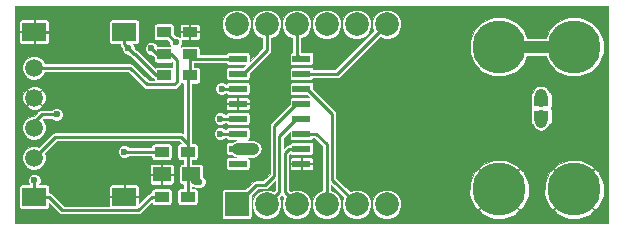
<source format=gbl>
%TF.GenerationSoftware,KiCad,Pcbnew,4.0.4-stable*%
%TF.CreationDate,2017-03-14T02:38:26+02:00*%
%TF.ProjectId,esp-4digit-display,6573702D3464696769742D646973706C,rev?*%
%TF.FileFunction,Copper,L2,Bot,Signal*%
%FSLAX46Y46*%
G04 Gerber Fmt 4.6, Leading zero omitted, Abs format (unit mm)*
G04 Created by KiCad (PCBNEW 4.0.4-stable) date 03/14/17 02:38:26*
%MOMM*%
%LPD*%
G01*
G04 APERTURE LIST*
%ADD10C,0.200000*%
%ADD11R,1.500000X0.600000*%
%ADD12R,2.032000X2.032000*%
%ADD13C,2.000000*%
%ADD14R,1.200000X0.900000*%
%ADD15R,2.000000X1.600000*%
%ADD16C,1.500000*%
%ADD17R,1.500000X1.250000*%
%ADD18C,4.500880*%
%ADD19R,1.270000X0.970000*%
%ADD20C,0.600000*%
%ADD21C,1.000000*%
%ADD22C,0.250000*%
%ADD23C,0.500000*%
%ADD24C,0.100000*%
G04 APERTURE END LIST*
D10*
D11*
X153449000Y-93726000D03*
X153449000Y-94996000D03*
X153449000Y-96266000D03*
X153449000Y-97536000D03*
X153449000Y-98806000D03*
X153449000Y-100076000D03*
X153449000Y-101346000D03*
X153449000Y-102616000D03*
X148049000Y-102616000D03*
X148049000Y-101346000D03*
X148049000Y-100076000D03*
X148049000Y-98806000D03*
X148049000Y-97536000D03*
X148049000Y-96266000D03*
X148049000Y-94996000D03*
X148049000Y-93726000D03*
D12*
X147955000Y-106045000D03*
D13*
X150495000Y-106045000D03*
X153035000Y-106045000D03*
X155575000Y-106045000D03*
X158115000Y-106045000D03*
X160655000Y-106045000D03*
X155575000Y-90805000D03*
X158115000Y-90805000D03*
X147955000Y-90805000D03*
X150495000Y-90805000D03*
X160655000Y-90805000D03*
X153035000Y-90805000D03*
D14*
X144018000Y-95123000D03*
X141818000Y-95123000D03*
X143805000Y-105410000D03*
X141605000Y-105410000D03*
X141605000Y-101600000D03*
X143805000Y-101600000D03*
X141775000Y-93345000D03*
X143975000Y-93345000D03*
X143975000Y-91440000D03*
X141775000Y-91440000D03*
D15*
X130810000Y-91440000D03*
X138430000Y-91440000D03*
X138430000Y-105410000D03*
X130810000Y-105410000D03*
D16*
X130810000Y-99568000D03*
X130810000Y-97028000D03*
X130810000Y-102108000D03*
D17*
X144125000Y-103505000D03*
X141625000Y-103505000D03*
D18*
X170180000Y-92710000D03*
X176530000Y-92710000D03*
X170180000Y-104775000D03*
X176530000Y-104775000D03*
D16*
X130810000Y-94488000D03*
D19*
X173736000Y-97272000D03*
X173736000Y-98552000D03*
D20*
X173718000Y-96760000D03*
X133985000Y-104140000D03*
X136525000Y-101600000D03*
X133985000Y-101600000D03*
X135890000Y-98425000D03*
X137795000Y-98425000D03*
X135890000Y-96520000D03*
X133350000Y-95250000D03*
X133350000Y-92710000D03*
X168275000Y-90170000D03*
X166370000Y-90170000D03*
X164465000Y-90170000D03*
X162560000Y-90170000D03*
X162560000Y-106680000D03*
X164465000Y-106680000D03*
X166370000Y-106680000D03*
X168275000Y-106680000D03*
X130810000Y-97028000D03*
X154178000Y-89662000D03*
X151638000Y-89662000D03*
X149352000Y-89662000D03*
X146304000Y-89662000D03*
X173736000Y-99060000D03*
X149352000Y-101346000D03*
X144780000Y-104140000D03*
X138777000Y-92837000D03*
X130810000Y-104013000D03*
X138430000Y-101600000D03*
X146558000Y-98806000D03*
X132715000Y-98425000D03*
X146558000Y-100076000D03*
X146685000Y-96266000D03*
X142810000Y-92329000D03*
X140716000Y-92837000D03*
D21*
X173736000Y-97272000D02*
X173736000Y-96778000D01*
X173736000Y-96778000D02*
X173718000Y-96760000D01*
X176530000Y-92710000D02*
X170180000Y-92710000D01*
D22*
X151638000Y-89662000D02*
X151937999Y-89362001D01*
X151937999Y-89362001D02*
X153878001Y-89362001D01*
X153878001Y-89362001D02*
X154178000Y-89662000D01*
X133985000Y-101600000D02*
X136525000Y-101600000D01*
X137795000Y-98425000D02*
X135890000Y-98425000D01*
X133350000Y-95250000D02*
X134620000Y-95250000D01*
X134620000Y-95250000D02*
X135890000Y-96520000D01*
X130810000Y-91440000D02*
X132080000Y-91440000D01*
X132080000Y-91440000D02*
X133350000Y-92710000D01*
X164465000Y-90170000D02*
X166370000Y-90170000D01*
X163195000Y-106680000D02*
X162560000Y-106680000D01*
X164465000Y-106680000D02*
X163195000Y-106680000D01*
X163195000Y-106680000D02*
X163195000Y-90805000D01*
X163195000Y-90805000D02*
X162560000Y-90170000D01*
X168275000Y-106680000D02*
X166370000Y-106680000D01*
X146304000Y-89662000D02*
X146603999Y-89362001D01*
X146603999Y-89362001D02*
X149052001Y-89362001D01*
X149052001Y-89362001D02*
X149352000Y-89662000D01*
D21*
X173736000Y-98552000D02*
X173736000Y-99060000D01*
D22*
X132588000Y-100330000D02*
X143235000Y-100330000D01*
X130810000Y-102108000D02*
X131559999Y-101358001D01*
X131559999Y-101358001D02*
X132588000Y-100330000D01*
X143235000Y-100330000D02*
X143805000Y-100900000D01*
X143805000Y-100900000D02*
X143805000Y-101600000D01*
D21*
X149352000Y-101346000D02*
X148049000Y-101346000D01*
D23*
X144780000Y-104140000D02*
X144460000Y-104140000D01*
X144460000Y-104140000D02*
X143825000Y-103505000D01*
D22*
X143805000Y-101600000D02*
X143805000Y-95336000D01*
X143805000Y-95336000D02*
X144018000Y-95123000D01*
X143805000Y-101600000D02*
X143805000Y-103485000D01*
X143805000Y-103485000D02*
X143825000Y-103505000D01*
X143805000Y-105410000D02*
X143805000Y-103525000D01*
X143805000Y-103525000D02*
X143825000Y-103505000D01*
X143975000Y-93853000D02*
X143975000Y-95080000D01*
X143975000Y-95080000D02*
X144018000Y-95123000D01*
X143975000Y-93345000D02*
X143975000Y-93853000D01*
X148049000Y-93726000D02*
X144102000Y-93726000D01*
X144102000Y-93726000D02*
X143975000Y-93853000D01*
X141097000Y-95123000D02*
X141818000Y-95123000D01*
X139319000Y-93345000D02*
X141097000Y-95123000D01*
X139285000Y-93345000D02*
X139319000Y-93345000D01*
X139285000Y-93345000D02*
X138777000Y-92837000D01*
X138430000Y-92490000D02*
X138777000Y-92837000D01*
X138430000Y-92490000D02*
X138430000Y-91440000D01*
X130810000Y-105410000D02*
X132060000Y-105410000D01*
X140755000Y-105410000D02*
X141605000Y-105410000D01*
X132060000Y-105410000D02*
X133185001Y-106535001D01*
X133185001Y-106535001D02*
X139629999Y-106535001D01*
X139629999Y-106535001D02*
X140755000Y-105410000D01*
X130810000Y-105410000D02*
X130810000Y-104013000D01*
X141605000Y-101600000D02*
X138430000Y-101600000D01*
X146558000Y-98806000D02*
X148049000Y-98806000D01*
X132715000Y-98425000D02*
X131445000Y-98425000D01*
X131445000Y-98425000D02*
X130810000Y-99060000D01*
X146558000Y-100076000D02*
X148049000Y-100076000D01*
X148049000Y-96266000D02*
X146685000Y-96266000D01*
X141775000Y-91440000D02*
X141921000Y-91440000D01*
X141921000Y-91440000D02*
X142810000Y-92329000D01*
X154686000Y-100076000D02*
X155575000Y-100965000D01*
X155575000Y-100965000D02*
X155575000Y-106045000D01*
X153449000Y-100076000D02*
X154686000Y-100076000D01*
X152019000Y-101727000D02*
X152019000Y-105029000D01*
X152019000Y-105029000D02*
X153035000Y-106045000D01*
X152400000Y-101346000D02*
X152019000Y-101727000D01*
X153449000Y-101346000D02*
X152400000Y-101346000D01*
X148049000Y-94996000D02*
X148499000Y-94996000D01*
X148499000Y-94996000D02*
X150495000Y-93000000D01*
X150495000Y-93000000D02*
X150495000Y-92219213D01*
X150495000Y-92219213D02*
X150495000Y-90805000D01*
X150495000Y-106045000D02*
X151568990Y-104971010D01*
X151568990Y-104971010D02*
X151568990Y-100236010D01*
X151568990Y-100236010D02*
X152999000Y-98806000D01*
X152999000Y-98806000D02*
X153449000Y-98806000D01*
X153449000Y-97536000D02*
X152999000Y-97536000D01*
X152999000Y-97536000D02*
X151118980Y-99416020D01*
X151118980Y-99416020D02*
X151118980Y-103643020D01*
X151118980Y-103643020D02*
X150368000Y-104394000D01*
X150368000Y-104394000D02*
X149606000Y-104394000D01*
X149606000Y-104394000D02*
X147955000Y-106045000D01*
X153449000Y-96266000D02*
X153899000Y-96266000D01*
X153899000Y-96266000D02*
X156025010Y-98392010D01*
X156025010Y-98392010D02*
X156025010Y-103955010D01*
X156025010Y-103955010D02*
X158115000Y-106045000D01*
X153449000Y-94996000D02*
X156464000Y-94996000D01*
X156464000Y-94996000D02*
X160655000Y-90805000D01*
X153035000Y-90805000D02*
X153035000Y-93312000D01*
X153035000Y-93312000D02*
X153449000Y-93726000D01*
X140348001Y-95898001D02*
X138938000Y-94488000D01*
X130810000Y-94488000D02*
X138938000Y-94488000D01*
X141775000Y-93345000D02*
X142411410Y-93345000D01*
X142411410Y-93345000D02*
X142875000Y-93808590D01*
X142875000Y-93808590D02*
X142875000Y-95701002D01*
X142875000Y-95701002D02*
X142678001Y-95898001D01*
X142678001Y-95898001D02*
X140348001Y-95898001D01*
X141775000Y-93345000D02*
X141224000Y-93345000D01*
X141224000Y-93345000D02*
X140716000Y-92837000D01*
D24*
G36*
X179380000Y-107625000D02*
X129230000Y-107625000D01*
X129230000Y-104610000D01*
X129555103Y-104610000D01*
X129555103Y-106210000D01*
X129572535Y-106302644D01*
X129627288Y-106387732D01*
X129710831Y-106444815D01*
X129810000Y-106464897D01*
X131810000Y-106464897D01*
X131902644Y-106447465D01*
X131987732Y-106392712D01*
X132044815Y-106309169D01*
X132064897Y-106210000D01*
X132064897Y-105945227D01*
X132919836Y-106800166D01*
X133041495Y-106881456D01*
X133185001Y-106910001D01*
X139629999Y-106910001D01*
X139773506Y-106881456D01*
X139895164Y-106800166D01*
X140763600Y-105931730D01*
X140767535Y-105952644D01*
X140822288Y-106037732D01*
X140905831Y-106094815D01*
X141005000Y-106114897D01*
X142205000Y-106114897D01*
X142297644Y-106097465D01*
X142382732Y-106042712D01*
X142439815Y-105959169D01*
X142459897Y-105860000D01*
X142459897Y-104960000D01*
X142442465Y-104867356D01*
X142387712Y-104782268D01*
X142304169Y-104725185D01*
X142205000Y-104705103D01*
X141005000Y-104705103D01*
X140912356Y-104722535D01*
X140827268Y-104777288D01*
X140770185Y-104860831D01*
X140750103Y-104960000D01*
X140750103Y-105035974D01*
X140611494Y-105063545D01*
X140489835Y-105144835D01*
X139680000Y-105954670D01*
X139680000Y-105522500D01*
X139617500Y-105460000D01*
X138480000Y-105460000D01*
X138480000Y-105480000D01*
X138380000Y-105480000D01*
X138380000Y-105460000D01*
X137242500Y-105460000D01*
X137180000Y-105522500D01*
X137180000Y-106160001D01*
X133340331Y-106160001D01*
X132325165Y-105144835D01*
X132203507Y-105063545D01*
X132064897Y-105035974D01*
X132064897Y-104610000D01*
X132055541Y-104560272D01*
X137180000Y-104560272D01*
X137180000Y-105297500D01*
X137242500Y-105360000D01*
X138380000Y-105360000D01*
X138380000Y-104422500D01*
X138480000Y-104422500D01*
X138480000Y-105360000D01*
X139617500Y-105360000D01*
X139680000Y-105297500D01*
X139680000Y-104560272D01*
X139641940Y-104468386D01*
X139571614Y-104398060D01*
X139479728Y-104360000D01*
X138542500Y-104360000D01*
X138480000Y-104422500D01*
X138380000Y-104422500D01*
X138317500Y-104360000D01*
X137380272Y-104360000D01*
X137288386Y-104398060D01*
X137218060Y-104468386D01*
X137180000Y-104560272D01*
X132055541Y-104560272D01*
X132047465Y-104517356D01*
X131992712Y-104432268D01*
X131909169Y-104375185D01*
X131810000Y-104355103D01*
X131245796Y-104355103D01*
X131275995Y-104324957D01*
X131359904Y-104122882D01*
X131360095Y-103904078D01*
X131276539Y-103701857D01*
X131192330Y-103617500D01*
X140625000Y-103617500D01*
X140625000Y-104179728D01*
X140663060Y-104271614D01*
X140733386Y-104341940D01*
X140825272Y-104380000D01*
X141512500Y-104380000D01*
X141575000Y-104317500D01*
X141575000Y-103555000D01*
X141675000Y-103555000D01*
X141675000Y-104317500D01*
X141737500Y-104380000D01*
X142424728Y-104380000D01*
X142516614Y-104341940D01*
X142586940Y-104271614D01*
X142625000Y-104179728D01*
X142625000Y-103617500D01*
X142562500Y-103555000D01*
X141675000Y-103555000D01*
X141575000Y-103555000D01*
X140687500Y-103555000D01*
X140625000Y-103617500D01*
X131192330Y-103617500D01*
X131121957Y-103547005D01*
X130919882Y-103463096D01*
X130701078Y-103462905D01*
X130498857Y-103546461D01*
X130344005Y-103701043D01*
X130260096Y-103903118D01*
X130259905Y-104121922D01*
X130343461Y-104324143D01*
X130374367Y-104355103D01*
X129810000Y-104355103D01*
X129717356Y-104372535D01*
X129632268Y-104427288D01*
X129575185Y-104510831D01*
X129555103Y-104610000D01*
X129230000Y-104610000D01*
X129230000Y-99766040D01*
X129809827Y-99766040D01*
X129961747Y-100133714D01*
X130242806Y-100415264D01*
X130610215Y-100567826D01*
X131008040Y-100568173D01*
X131375714Y-100416253D01*
X131657264Y-100135194D01*
X131809826Y-99767785D01*
X131810173Y-99369960D01*
X131658253Y-99002286D01*
X131528262Y-98872068D01*
X131600330Y-98800000D01*
X132312207Y-98800000D01*
X132403043Y-98890995D01*
X132605118Y-98974904D01*
X132823922Y-98975095D01*
X133026143Y-98891539D01*
X133180995Y-98736957D01*
X133264904Y-98534882D01*
X133265095Y-98316078D01*
X133181539Y-98113857D01*
X133026957Y-97959005D01*
X132824882Y-97875096D01*
X132606078Y-97874905D01*
X132403857Y-97958461D01*
X132312158Y-98050000D01*
X131445000Y-98050000D01*
X131301494Y-98078545D01*
X131179835Y-98159835D01*
X130771704Y-98567966D01*
X130611960Y-98567827D01*
X130244286Y-98719747D01*
X129962736Y-99000806D01*
X129810174Y-99368215D01*
X129809827Y-99766040D01*
X129230000Y-99766040D01*
X129230000Y-97739197D01*
X130169514Y-97739197D01*
X130251871Y-97881264D01*
X130620886Y-98029899D01*
X131018692Y-98026004D01*
X131368129Y-97881264D01*
X131450486Y-97739197D01*
X130810000Y-97098711D01*
X130169514Y-97739197D01*
X129230000Y-97739197D01*
X129230000Y-96838886D01*
X129808101Y-96838886D01*
X129811996Y-97236692D01*
X129956736Y-97586129D01*
X130098803Y-97668486D01*
X130739289Y-97028000D01*
X130880711Y-97028000D01*
X131521197Y-97668486D01*
X131663264Y-97586129D01*
X131811899Y-97217114D01*
X131808004Y-96819308D01*
X131663264Y-96469871D01*
X131521197Y-96387514D01*
X130880711Y-97028000D01*
X130739289Y-97028000D01*
X130098803Y-96387514D01*
X129956736Y-96469871D01*
X129808101Y-96838886D01*
X129230000Y-96838886D01*
X129230000Y-96316803D01*
X130169514Y-96316803D01*
X130810000Y-96957289D01*
X131450486Y-96316803D01*
X131368129Y-96174736D01*
X130999114Y-96026101D01*
X130601308Y-96029996D01*
X130251871Y-96174736D01*
X130169514Y-96316803D01*
X129230000Y-96316803D01*
X129230000Y-94686040D01*
X129809827Y-94686040D01*
X129961747Y-95053714D01*
X130242806Y-95335264D01*
X130610215Y-95487826D01*
X131008040Y-95488173D01*
X131375714Y-95336253D01*
X131657264Y-95055194D01*
X131737070Y-94863000D01*
X138782670Y-94863000D01*
X140082836Y-96163166D01*
X140204495Y-96244456D01*
X140348001Y-96273001D01*
X142678001Y-96273001D01*
X142821508Y-96244456D01*
X142943166Y-96163166D01*
X143140165Y-95966167D01*
X143221455Y-95844508D01*
X143239531Y-95753631D01*
X143318831Y-95807815D01*
X143418000Y-95827897D01*
X143430000Y-95827897D01*
X143430000Y-100017952D01*
X143378507Y-99983545D01*
X143235000Y-99955000D01*
X132588000Y-99955000D01*
X132444493Y-99983545D01*
X132322835Y-100064835D01*
X131200361Y-101187309D01*
X131009785Y-101108174D01*
X130611960Y-101107827D01*
X130244286Y-101259747D01*
X129962736Y-101540806D01*
X129810174Y-101908215D01*
X129809827Y-102306040D01*
X129961747Y-102673714D01*
X130242806Y-102955264D01*
X130610215Y-103107826D01*
X131008040Y-103108173D01*
X131375714Y-102956253D01*
X131501915Y-102830272D01*
X140625000Y-102830272D01*
X140625000Y-103392500D01*
X140687500Y-103455000D01*
X141575000Y-103455000D01*
X141575000Y-102692500D01*
X141675000Y-102692500D01*
X141675000Y-103455000D01*
X142562500Y-103455000D01*
X142625000Y-103392500D01*
X142625000Y-102830272D01*
X142586940Y-102738386D01*
X142516614Y-102668060D01*
X142424728Y-102630000D01*
X141737500Y-102630000D01*
X141675000Y-102692500D01*
X141575000Y-102692500D01*
X141512500Y-102630000D01*
X140825272Y-102630000D01*
X140733386Y-102668060D01*
X140663060Y-102738386D01*
X140625000Y-102830272D01*
X131501915Y-102830272D01*
X131657264Y-102675194D01*
X131809826Y-102307785D01*
X131810173Y-101909960D01*
X131730703Y-101717627D01*
X131739408Y-101708922D01*
X137879905Y-101708922D01*
X137963461Y-101911143D01*
X138118043Y-102065995D01*
X138320118Y-102149904D01*
X138538922Y-102150095D01*
X138741143Y-102066539D01*
X138832842Y-101975000D01*
X140750103Y-101975000D01*
X140750103Y-102050000D01*
X140767535Y-102142644D01*
X140822288Y-102227732D01*
X140905831Y-102284815D01*
X141005000Y-102304897D01*
X142205000Y-102304897D01*
X142297644Y-102287465D01*
X142382732Y-102232712D01*
X142439815Y-102149169D01*
X142459897Y-102050000D01*
X142459897Y-101150000D01*
X142442465Y-101057356D01*
X142387712Y-100972268D01*
X142304169Y-100915185D01*
X142205000Y-100895103D01*
X141005000Y-100895103D01*
X140912356Y-100912535D01*
X140827268Y-100967288D01*
X140770185Y-101050831D01*
X140750103Y-101150000D01*
X140750103Y-101225000D01*
X138832793Y-101225000D01*
X138741957Y-101134005D01*
X138539882Y-101050096D01*
X138321078Y-101049905D01*
X138118857Y-101133461D01*
X137964005Y-101288043D01*
X137880096Y-101490118D01*
X137879905Y-101708922D01*
X131739408Y-101708922D01*
X132743330Y-100705000D01*
X143079670Y-100705000D01*
X143269773Y-100895103D01*
X143205000Y-100895103D01*
X143112356Y-100912535D01*
X143027268Y-100967288D01*
X142970185Y-101050831D01*
X142950103Y-101150000D01*
X142950103Y-102050000D01*
X142967535Y-102142644D01*
X143022288Y-102227732D01*
X143105831Y-102284815D01*
X143205000Y-102304897D01*
X143430000Y-102304897D01*
X143430000Y-102625103D01*
X143375000Y-102625103D01*
X143282356Y-102642535D01*
X143197268Y-102697288D01*
X143140185Y-102780831D01*
X143120103Y-102880000D01*
X143120103Y-104130000D01*
X143137535Y-104222644D01*
X143192288Y-104307732D01*
X143275831Y-104364815D01*
X143375000Y-104384897D01*
X143430000Y-104384897D01*
X143430000Y-104705103D01*
X143205000Y-104705103D01*
X143112356Y-104722535D01*
X143027268Y-104777288D01*
X142970185Y-104860831D01*
X142950103Y-104960000D01*
X142950103Y-105860000D01*
X142967535Y-105952644D01*
X143022288Y-106037732D01*
X143105831Y-106094815D01*
X143205000Y-106114897D01*
X144405000Y-106114897D01*
X144497644Y-106097465D01*
X144582732Y-106042712D01*
X144639815Y-105959169D01*
X144659897Y-105860000D01*
X144659897Y-105029000D01*
X146684103Y-105029000D01*
X146684103Y-107061000D01*
X146701535Y-107153644D01*
X146756288Y-107238732D01*
X146839831Y-107295815D01*
X146939000Y-107315897D01*
X148971000Y-107315897D01*
X149063644Y-107298465D01*
X149148732Y-107243712D01*
X149205815Y-107160169D01*
X149225897Y-107061000D01*
X149225897Y-105304433D01*
X149761330Y-104769000D01*
X150368000Y-104769000D01*
X150511507Y-104740455D01*
X150633165Y-104659165D01*
X151193990Y-104098340D01*
X151193990Y-104815680D01*
X151076635Y-104933035D01*
X150744731Y-104795217D01*
X150247450Y-104794783D01*
X149787857Y-104984684D01*
X149435919Y-105336007D01*
X149245217Y-105795269D01*
X149244783Y-106292550D01*
X149434684Y-106752143D01*
X149786007Y-107104081D01*
X150245269Y-107294783D01*
X150742550Y-107295217D01*
X151202143Y-107105316D01*
X151554081Y-106753993D01*
X151744783Y-106294731D01*
X151745217Y-105797450D01*
X151607114Y-105463216D01*
X151765000Y-105305330D01*
X151923035Y-105463365D01*
X151785217Y-105795269D01*
X151784783Y-106292550D01*
X151974684Y-106752143D01*
X152326007Y-107104081D01*
X152785269Y-107294783D01*
X153282550Y-107295217D01*
X153742143Y-107105316D01*
X154094081Y-106753993D01*
X154284783Y-106294731D01*
X154285217Y-105797450D01*
X154095316Y-105337857D01*
X153743993Y-104985919D01*
X153284731Y-104795217D01*
X152787450Y-104794783D01*
X152453216Y-104932886D01*
X152394000Y-104873670D01*
X152394000Y-102728500D01*
X152449000Y-102728500D01*
X152449000Y-102965728D01*
X152487060Y-103057614D01*
X152557386Y-103127940D01*
X152649272Y-103166000D01*
X153336500Y-103166000D01*
X153399000Y-103103500D01*
X153399000Y-102666000D01*
X153499000Y-102666000D01*
X153499000Y-103103500D01*
X153561500Y-103166000D01*
X154248728Y-103166000D01*
X154340614Y-103127940D01*
X154410940Y-103057614D01*
X154449000Y-102965728D01*
X154449000Y-102728500D01*
X154386500Y-102666000D01*
X153499000Y-102666000D01*
X153399000Y-102666000D01*
X152511500Y-102666000D01*
X152449000Y-102728500D01*
X152394000Y-102728500D01*
X152394000Y-102266272D01*
X152449000Y-102266272D01*
X152449000Y-102503500D01*
X152511500Y-102566000D01*
X153399000Y-102566000D01*
X153399000Y-102128500D01*
X153499000Y-102128500D01*
X153499000Y-102566000D01*
X154386500Y-102566000D01*
X154449000Y-102503500D01*
X154449000Y-102266272D01*
X154410940Y-102174386D01*
X154340614Y-102104060D01*
X154248728Y-102066000D01*
X153561500Y-102066000D01*
X153499000Y-102128500D01*
X153399000Y-102128500D01*
X153336500Y-102066000D01*
X152649272Y-102066000D01*
X152557386Y-102104060D01*
X152487060Y-102174386D01*
X152449000Y-102266272D01*
X152394000Y-102266272D01*
X152394000Y-101882330D01*
X152491351Y-101784979D01*
X152516288Y-101823732D01*
X152599831Y-101880815D01*
X152699000Y-101900897D01*
X154199000Y-101900897D01*
X154291644Y-101883465D01*
X154376732Y-101828712D01*
X154433815Y-101745169D01*
X154453897Y-101646000D01*
X154453897Y-101046000D01*
X154436465Y-100953356D01*
X154381712Y-100868268D01*
X154298169Y-100811185D01*
X154199000Y-100791103D01*
X152699000Y-100791103D01*
X152606356Y-100808535D01*
X152521268Y-100863288D01*
X152464185Y-100946831D01*
X152459291Y-100971000D01*
X152400000Y-100971000D01*
X152256494Y-100999545D01*
X152204864Y-101034043D01*
X152134835Y-101080835D01*
X151943990Y-101271680D01*
X151943990Y-100391340D01*
X152444103Y-99891227D01*
X152444103Y-100376000D01*
X152461535Y-100468644D01*
X152516288Y-100553732D01*
X152599831Y-100610815D01*
X152699000Y-100630897D01*
X154199000Y-100630897D01*
X154291644Y-100613465D01*
X154376732Y-100558712D01*
X154433815Y-100475169D01*
X154438709Y-100451000D01*
X154530670Y-100451000D01*
X155200000Y-101120330D01*
X155200000Y-104847445D01*
X154867857Y-104984684D01*
X154515919Y-105336007D01*
X154325217Y-105795269D01*
X154324783Y-106292550D01*
X154514684Y-106752143D01*
X154866007Y-107104081D01*
X155325269Y-107294783D01*
X155822550Y-107295217D01*
X156282143Y-107105316D01*
X156634081Y-106753993D01*
X156824783Y-106294731D01*
X156825217Y-105797450D01*
X156635316Y-105337857D01*
X156283993Y-104985919D01*
X155950000Y-104847233D01*
X155950000Y-104410330D01*
X157003035Y-105463365D01*
X156865217Y-105795269D01*
X156864783Y-106292550D01*
X157054684Y-106752143D01*
X157406007Y-107104081D01*
X157865269Y-107294783D01*
X158362550Y-107295217D01*
X158822143Y-107105316D01*
X159174081Y-106753993D01*
X159364783Y-106294731D01*
X159364784Y-106292550D01*
X159404783Y-106292550D01*
X159594684Y-106752143D01*
X159946007Y-107104081D01*
X160405269Y-107294783D01*
X160902550Y-107295217D01*
X161362143Y-107105316D01*
X161714081Y-106753993D01*
X161791094Y-106568523D01*
X168457188Y-106568523D01*
X168722223Y-106866523D01*
X169633581Y-107265182D01*
X170628126Y-107284734D01*
X171554448Y-106922201D01*
X171637777Y-106866523D01*
X171902812Y-106568523D01*
X174807188Y-106568523D01*
X175072223Y-106866523D01*
X175983581Y-107265182D01*
X176978126Y-107284734D01*
X177904448Y-106922201D01*
X177987777Y-106866523D01*
X178252812Y-106568523D01*
X176530000Y-104845711D01*
X174807188Y-106568523D01*
X171902812Y-106568523D01*
X170180000Y-104845711D01*
X168457188Y-106568523D01*
X161791094Y-106568523D01*
X161904783Y-106294731D01*
X161905217Y-105797450D01*
X161715316Y-105337857D01*
X161600786Y-105223126D01*
X167670266Y-105223126D01*
X168032799Y-106149448D01*
X168088477Y-106232777D01*
X168386477Y-106497812D01*
X170109289Y-104775000D01*
X170250711Y-104775000D01*
X171973523Y-106497812D01*
X172271523Y-106232777D01*
X172670182Y-105321419D01*
X172672114Y-105223126D01*
X174020266Y-105223126D01*
X174382799Y-106149448D01*
X174438477Y-106232777D01*
X174736477Y-106497812D01*
X176459289Y-104775000D01*
X176600711Y-104775000D01*
X178323523Y-106497812D01*
X178621523Y-106232777D01*
X179020182Y-105321419D01*
X179039734Y-104326874D01*
X178677201Y-103400552D01*
X178621523Y-103317223D01*
X178323523Y-103052188D01*
X176600711Y-104775000D01*
X176459289Y-104775000D01*
X174736477Y-103052188D01*
X174438477Y-103317223D01*
X174039818Y-104228581D01*
X174020266Y-105223126D01*
X172672114Y-105223126D01*
X172689734Y-104326874D01*
X172327201Y-103400552D01*
X172271523Y-103317223D01*
X171973523Y-103052188D01*
X170250711Y-104775000D01*
X170109289Y-104775000D01*
X168386477Y-103052188D01*
X168088477Y-103317223D01*
X167689818Y-104228581D01*
X167670266Y-105223126D01*
X161600786Y-105223126D01*
X161363993Y-104985919D01*
X160904731Y-104795217D01*
X160407450Y-104794783D01*
X159947857Y-104984684D01*
X159595919Y-105336007D01*
X159405217Y-105795269D01*
X159404783Y-106292550D01*
X159364784Y-106292550D01*
X159365217Y-105797450D01*
X159175316Y-105337857D01*
X158823993Y-104985919D01*
X158364731Y-104795217D01*
X157867450Y-104794783D01*
X157533216Y-104932886D01*
X156400010Y-103799680D01*
X156400010Y-102981477D01*
X168457188Y-102981477D01*
X170180000Y-104704289D01*
X171902812Y-102981477D01*
X174807188Y-102981477D01*
X176530000Y-104704289D01*
X178252812Y-102981477D01*
X177987777Y-102683477D01*
X177076419Y-102284818D01*
X176081874Y-102265266D01*
X175155552Y-102627799D01*
X175072223Y-102683477D01*
X174807188Y-102981477D01*
X171902812Y-102981477D01*
X171637777Y-102683477D01*
X170726419Y-102284818D01*
X169731874Y-102265266D01*
X168805552Y-102627799D01*
X168722223Y-102683477D01*
X168457188Y-102981477D01*
X156400010Y-102981477D01*
X156400010Y-98392010D01*
X156375977Y-98271185D01*
X156371465Y-98248503D01*
X156290175Y-98126845D01*
X154950330Y-96787000D01*
X172846103Y-96787000D01*
X172846103Y-97757000D01*
X172863535Y-97849644D01*
X172903987Y-97912507D01*
X172866185Y-97967831D01*
X172846103Y-98067000D01*
X172846103Y-99037000D01*
X172863535Y-99129644D01*
X172918288Y-99214732D01*
X173001831Y-99271815D01*
X173029236Y-99277365D01*
X173043090Y-99347013D01*
X173205670Y-99590330D01*
X173448987Y-99752910D01*
X173736000Y-99810000D01*
X174023013Y-99752910D01*
X174266330Y-99590330D01*
X174428910Y-99347013D01*
X174442551Y-99278434D01*
X174463644Y-99274465D01*
X174548732Y-99219712D01*
X174605815Y-99136169D01*
X174625897Y-99037000D01*
X174625897Y-98067000D01*
X174608465Y-97974356D01*
X174568013Y-97911493D01*
X174605815Y-97856169D01*
X174625897Y-97757000D01*
X174625897Y-96787000D01*
X174608465Y-96694356D01*
X174553712Y-96609268D01*
X174470169Y-96552185D01*
X174439862Y-96546048D01*
X174428910Y-96490987D01*
X174266330Y-96247670D01*
X174248330Y-96229670D01*
X174005013Y-96067090D01*
X173718000Y-96010000D01*
X173430987Y-96067090D01*
X173187670Y-96229670D01*
X173025090Y-96472987D01*
X173009922Y-96549240D01*
X173008356Y-96549535D01*
X172923268Y-96604288D01*
X172866185Y-96687831D01*
X172846103Y-96787000D01*
X154950330Y-96787000D01*
X154453897Y-96290567D01*
X154453897Y-95966000D01*
X154436465Y-95873356D01*
X154381712Y-95788268D01*
X154298169Y-95731185D01*
X154199000Y-95711103D01*
X152699000Y-95711103D01*
X152606356Y-95728535D01*
X152521268Y-95783288D01*
X152464185Y-95866831D01*
X152444103Y-95966000D01*
X152444103Y-96566000D01*
X152461535Y-96658644D01*
X152516288Y-96743732D01*
X152599831Y-96800815D01*
X152699000Y-96820897D01*
X153923567Y-96820897D01*
X154083773Y-96981103D01*
X152699000Y-96981103D01*
X152606356Y-96998535D01*
X152521268Y-97053288D01*
X152464185Y-97136831D01*
X152444103Y-97236000D01*
X152444103Y-97560567D01*
X150853815Y-99150855D01*
X150772525Y-99272513D01*
X150752745Y-99371957D01*
X150743980Y-99416020D01*
X150743980Y-103487690D01*
X150212670Y-104019000D01*
X149606000Y-104019000D01*
X149462494Y-104047545D01*
X149340835Y-104128835D01*
X148695567Y-104774103D01*
X146939000Y-104774103D01*
X146846356Y-104791535D01*
X146761268Y-104846288D01*
X146704185Y-104929831D01*
X146684103Y-105029000D01*
X144659897Y-105029000D01*
X144659897Y-104960000D01*
X144642465Y-104867356D01*
X144587712Y-104782268D01*
X144504169Y-104725185D01*
X144405000Y-104705103D01*
X144180000Y-104705103D01*
X144180000Y-104542700D01*
X144268658Y-104601940D01*
X144460000Y-104640000D01*
X144549936Y-104640000D01*
X144670118Y-104689904D01*
X144888922Y-104690095D01*
X145091143Y-104606539D01*
X145245995Y-104451957D01*
X145329904Y-104249882D01*
X145330095Y-104031078D01*
X145246539Y-103828857D01*
X145129897Y-103712011D01*
X145129897Y-102880000D01*
X145112465Y-102787356D01*
X145057712Y-102702268D01*
X144974169Y-102645185D01*
X144875000Y-102625103D01*
X144180000Y-102625103D01*
X144180000Y-102304897D01*
X144405000Y-102304897D01*
X144497644Y-102287465D01*
X144582732Y-102232712D01*
X144639815Y-102149169D01*
X144659897Y-102050000D01*
X144659897Y-101150000D01*
X144642465Y-101057356D01*
X144587712Y-100972268D01*
X144504169Y-100915185D01*
X144405000Y-100895103D01*
X144180000Y-100895103D01*
X144180000Y-100184922D01*
X146007905Y-100184922D01*
X146091461Y-100387143D01*
X146246043Y-100541995D01*
X146448118Y-100625904D01*
X146666922Y-100626095D01*
X146869143Y-100542539D01*
X146960842Y-100451000D01*
X147058215Y-100451000D01*
X147061535Y-100468644D01*
X147116288Y-100553732D01*
X147199831Y-100610815D01*
X147299000Y-100630897D01*
X147873560Y-100630897D01*
X147761987Y-100653090D01*
X147555437Y-100791103D01*
X147299000Y-100791103D01*
X147206356Y-100808535D01*
X147121268Y-100863288D01*
X147064185Y-100946831D01*
X147044103Y-101046000D01*
X147044103Y-101646000D01*
X147061535Y-101738644D01*
X147116288Y-101823732D01*
X147199831Y-101880815D01*
X147299000Y-101900897D01*
X147555437Y-101900897D01*
X147761987Y-102038910D01*
X147873560Y-102061103D01*
X147299000Y-102061103D01*
X147206356Y-102078535D01*
X147121268Y-102133288D01*
X147064185Y-102216831D01*
X147044103Y-102316000D01*
X147044103Y-102916000D01*
X147061535Y-103008644D01*
X147116288Y-103093732D01*
X147199831Y-103150815D01*
X147299000Y-103170897D01*
X148799000Y-103170897D01*
X148891644Y-103153465D01*
X148976732Y-103098712D01*
X149033815Y-103015169D01*
X149053897Y-102916000D01*
X149053897Y-102316000D01*
X149036465Y-102223356D01*
X148981712Y-102138268D01*
X148919851Y-102096000D01*
X149352000Y-102096000D01*
X149639013Y-102038910D01*
X149882330Y-101876330D01*
X150044910Y-101633013D01*
X150102000Y-101346000D01*
X150044910Y-101058987D01*
X149882330Y-100815670D01*
X149639013Y-100653090D01*
X149352000Y-100596000D01*
X148918785Y-100596000D01*
X148976732Y-100558712D01*
X149033815Y-100475169D01*
X149053897Y-100376000D01*
X149053897Y-99776000D01*
X149036465Y-99683356D01*
X148981712Y-99598268D01*
X148898169Y-99541185D01*
X148799000Y-99521103D01*
X147299000Y-99521103D01*
X147206356Y-99538535D01*
X147121268Y-99593288D01*
X147064185Y-99676831D01*
X147059291Y-99701000D01*
X146960793Y-99701000D01*
X146869957Y-99610005D01*
X146667882Y-99526096D01*
X146449078Y-99525905D01*
X146246857Y-99609461D01*
X146092005Y-99764043D01*
X146008096Y-99966118D01*
X146007905Y-100184922D01*
X144180000Y-100184922D01*
X144180000Y-98914922D01*
X146007905Y-98914922D01*
X146091461Y-99117143D01*
X146246043Y-99271995D01*
X146448118Y-99355904D01*
X146666922Y-99356095D01*
X146869143Y-99272539D01*
X146960842Y-99181000D01*
X147058215Y-99181000D01*
X147061535Y-99198644D01*
X147116288Y-99283732D01*
X147199831Y-99340815D01*
X147299000Y-99360897D01*
X148799000Y-99360897D01*
X148891644Y-99343465D01*
X148976732Y-99288712D01*
X149033815Y-99205169D01*
X149053897Y-99106000D01*
X149053897Y-98506000D01*
X149036465Y-98413356D01*
X148981712Y-98328268D01*
X148898169Y-98271185D01*
X148799000Y-98251103D01*
X147299000Y-98251103D01*
X147206356Y-98268535D01*
X147121268Y-98323288D01*
X147064185Y-98406831D01*
X147059291Y-98431000D01*
X146960793Y-98431000D01*
X146869957Y-98340005D01*
X146667882Y-98256096D01*
X146449078Y-98255905D01*
X146246857Y-98339461D01*
X146092005Y-98494043D01*
X146008096Y-98696118D01*
X146007905Y-98914922D01*
X144180000Y-98914922D01*
X144180000Y-97648500D01*
X147049000Y-97648500D01*
X147049000Y-97885728D01*
X147087060Y-97977614D01*
X147157386Y-98047940D01*
X147249272Y-98086000D01*
X147936500Y-98086000D01*
X147999000Y-98023500D01*
X147999000Y-97586000D01*
X148099000Y-97586000D01*
X148099000Y-98023500D01*
X148161500Y-98086000D01*
X148848728Y-98086000D01*
X148940614Y-98047940D01*
X149010940Y-97977614D01*
X149049000Y-97885728D01*
X149049000Y-97648500D01*
X148986500Y-97586000D01*
X148099000Y-97586000D01*
X147999000Y-97586000D01*
X147111500Y-97586000D01*
X147049000Y-97648500D01*
X144180000Y-97648500D01*
X144180000Y-97186272D01*
X147049000Y-97186272D01*
X147049000Y-97423500D01*
X147111500Y-97486000D01*
X147999000Y-97486000D01*
X147999000Y-97048500D01*
X148099000Y-97048500D01*
X148099000Y-97486000D01*
X148986500Y-97486000D01*
X149049000Y-97423500D01*
X149049000Y-97186272D01*
X149010940Y-97094386D01*
X148940614Y-97024060D01*
X148848728Y-96986000D01*
X148161500Y-96986000D01*
X148099000Y-97048500D01*
X147999000Y-97048500D01*
X147936500Y-96986000D01*
X147249272Y-96986000D01*
X147157386Y-97024060D01*
X147087060Y-97094386D01*
X147049000Y-97186272D01*
X144180000Y-97186272D01*
X144180000Y-96374922D01*
X146134905Y-96374922D01*
X146218461Y-96577143D01*
X146373043Y-96731995D01*
X146575118Y-96815904D01*
X146793922Y-96816095D01*
X146996143Y-96732539D01*
X147064911Y-96663891D01*
X147116288Y-96743732D01*
X147199831Y-96800815D01*
X147299000Y-96820897D01*
X148799000Y-96820897D01*
X148891644Y-96803465D01*
X148976732Y-96748712D01*
X149033815Y-96665169D01*
X149053897Y-96566000D01*
X149053897Y-95966000D01*
X149036465Y-95873356D01*
X148981712Y-95788268D01*
X148898169Y-95731185D01*
X148799000Y-95711103D01*
X147299000Y-95711103D01*
X147206356Y-95728535D01*
X147121268Y-95783288D01*
X147064185Y-95866831D01*
X147064098Y-95867263D01*
X146996957Y-95800005D01*
X146794882Y-95716096D01*
X146576078Y-95715905D01*
X146373857Y-95799461D01*
X146219005Y-95954043D01*
X146135096Y-96156118D01*
X146134905Y-96374922D01*
X144180000Y-96374922D01*
X144180000Y-95827897D01*
X144618000Y-95827897D01*
X144710644Y-95810465D01*
X144795732Y-95755712D01*
X144852815Y-95672169D01*
X144872897Y-95573000D01*
X144872897Y-94673000D01*
X144855465Y-94580356D01*
X144800712Y-94495268D01*
X144717169Y-94438185D01*
X144618000Y-94418103D01*
X144350000Y-94418103D01*
X144350000Y-94101000D01*
X147058215Y-94101000D01*
X147061535Y-94118644D01*
X147116288Y-94203732D01*
X147199831Y-94260815D01*
X147299000Y-94280897D01*
X148683773Y-94280897D01*
X148523567Y-94441103D01*
X147299000Y-94441103D01*
X147206356Y-94458535D01*
X147121268Y-94513288D01*
X147064185Y-94596831D01*
X147044103Y-94696000D01*
X147044103Y-95296000D01*
X147061535Y-95388644D01*
X147116288Y-95473732D01*
X147199831Y-95530815D01*
X147299000Y-95550897D01*
X148799000Y-95550897D01*
X148891644Y-95533465D01*
X148976732Y-95478712D01*
X149033815Y-95395169D01*
X149053897Y-95296000D01*
X149053897Y-94971433D01*
X149329330Y-94696000D01*
X152444103Y-94696000D01*
X152444103Y-95296000D01*
X152461535Y-95388644D01*
X152516288Y-95473732D01*
X152599831Y-95530815D01*
X152699000Y-95550897D01*
X154199000Y-95550897D01*
X154291644Y-95533465D01*
X154376732Y-95478712D01*
X154433815Y-95395169D01*
X154438709Y-95371000D01*
X156464000Y-95371000D01*
X156607507Y-95342455D01*
X156729165Y-95261165D01*
X158785144Y-93205186D01*
X167679126Y-93205186D01*
X168058994Y-94124535D01*
X168761765Y-94828534D01*
X169680450Y-95210005D01*
X170675186Y-95210874D01*
X171594535Y-94831006D01*
X172298534Y-94128235D01*
X172576009Y-93460000D01*
X174134413Y-93460000D01*
X174408994Y-94124535D01*
X175111765Y-94828534D01*
X176030450Y-95210005D01*
X177025186Y-95210874D01*
X177944535Y-94831006D01*
X178648534Y-94128235D01*
X179030005Y-93209550D01*
X179030874Y-92214814D01*
X178651006Y-91295465D01*
X177948235Y-90591466D01*
X177029550Y-90209995D01*
X176034814Y-90209126D01*
X175115465Y-90588994D01*
X174411466Y-91291765D01*
X174133991Y-91960000D01*
X172575587Y-91960000D01*
X172301006Y-91295465D01*
X171598235Y-90591466D01*
X170679550Y-90209995D01*
X169684814Y-90209126D01*
X168765465Y-90588994D01*
X168061466Y-91291765D01*
X167679995Y-92210450D01*
X167679126Y-93205186D01*
X158785144Y-93205186D01*
X160073365Y-91916965D01*
X160405269Y-92054783D01*
X160902550Y-92055217D01*
X161362143Y-91865316D01*
X161714081Y-91513993D01*
X161904783Y-91054731D01*
X161905217Y-90557450D01*
X161715316Y-90097857D01*
X161363993Y-89745919D01*
X160904731Y-89555217D01*
X160407450Y-89554783D01*
X159947857Y-89744684D01*
X159595919Y-90096007D01*
X159405217Y-90555269D01*
X159404783Y-91052550D01*
X159542886Y-91386784D01*
X156308670Y-94621000D01*
X154439785Y-94621000D01*
X154436465Y-94603356D01*
X154381712Y-94518268D01*
X154298169Y-94461185D01*
X154199000Y-94441103D01*
X152699000Y-94441103D01*
X152606356Y-94458535D01*
X152521268Y-94513288D01*
X152464185Y-94596831D01*
X152444103Y-94696000D01*
X149329330Y-94696000D01*
X150760165Y-93265165D01*
X150841455Y-93143507D01*
X150870000Y-93000000D01*
X150870000Y-92002555D01*
X151202143Y-91865316D01*
X151554081Y-91513993D01*
X151744783Y-91054731D01*
X151744784Y-91052550D01*
X151784783Y-91052550D01*
X151974684Y-91512143D01*
X152326007Y-91864081D01*
X152660000Y-92002767D01*
X152660000Y-93178441D01*
X152606356Y-93188535D01*
X152521268Y-93243288D01*
X152464185Y-93326831D01*
X152444103Y-93426000D01*
X152444103Y-94026000D01*
X152461535Y-94118644D01*
X152516288Y-94203732D01*
X152599831Y-94260815D01*
X152699000Y-94280897D01*
X154199000Y-94280897D01*
X154291644Y-94263465D01*
X154376732Y-94208712D01*
X154433815Y-94125169D01*
X154453897Y-94026000D01*
X154453897Y-93426000D01*
X154436465Y-93333356D01*
X154381712Y-93248268D01*
X154298169Y-93191185D01*
X154199000Y-93171103D01*
X153424433Y-93171103D01*
X153410000Y-93156670D01*
X153410000Y-92002555D01*
X153742143Y-91865316D01*
X154094081Y-91513993D01*
X154284783Y-91054731D01*
X154284784Y-91052550D01*
X154324783Y-91052550D01*
X154514684Y-91512143D01*
X154866007Y-91864081D01*
X155325269Y-92054783D01*
X155822550Y-92055217D01*
X156282143Y-91865316D01*
X156634081Y-91513993D01*
X156824783Y-91054731D01*
X156824784Y-91052550D01*
X156864783Y-91052550D01*
X157054684Y-91512143D01*
X157406007Y-91864081D01*
X157865269Y-92054783D01*
X158362550Y-92055217D01*
X158822143Y-91865316D01*
X159174081Y-91513993D01*
X159364783Y-91054731D01*
X159365217Y-90557450D01*
X159175316Y-90097857D01*
X158823993Y-89745919D01*
X158364731Y-89555217D01*
X157867450Y-89554783D01*
X157407857Y-89744684D01*
X157055919Y-90096007D01*
X156865217Y-90555269D01*
X156864783Y-91052550D01*
X156824784Y-91052550D01*
X156825217Y-90557450D01*
X156635316Y-90097857D01*
X156283993Y-89745919D01*
X155824731Y-89555217D01*
X155327450Y-89554783D01*
X154867857Y-89744684D01*
X154515919Y-90096007D01*
X154325217Y-90555269D01*
X154324783Y-91052550D01*
X154284784Y-91052550D01*
X154285217Y-90557450D01*
X154095316Y-90097857D01*
X153743993Y-89745919D01*
X153284731Y-89555217D01*
X152787450Y-89554783D01*
X152327857Y-89744684D01*
X151975919Y-90096007D01*
X151785217Y-90555269D01*
X151784783Y-91052550D01*
X151744784Y-91052550D01*
X151745217Y-90557450D01*
X151555316Y-90097857D01*
X151203993Y-89745919D01*
X150744731Y-89555217D01*
X150247450Y-89554783D01*
X149787857Y-89744684D01*
X149435919Y-90096007D01*
X149245217Y-90555269D01*
X149244783Y-91052550D01*
X149434684Y-91512143D01*
X149786007Y-91864081D01*
X150120000Y-92002767D01*
X150120000Y-92844670D01*
X149053897Y-93910773D01*
X149053897Y-93426000D01*
X149036465Y-93333356D01*
X148981712Y-93248268D01*
X148898169Y-93191185D01*
X148799000Y-93171103D01*
X147299000Y-93171103D01*
X147206356Y-93188535D01*
X147121268Y-93243288D01*
X147064185Y-93326831D01*
X147059291Y-93351000D01*
X144829897Y-93351000D01*
X144829897Y-92895000D01*
X144812465Y-92802356D01*
X144757712Y-92717268D01*
X144674169Y-92660185D01*
X144575000Y-92640103D01*
X143375000Y-92640103D01*
X143282356Y-92657535D01*
X143217728Y-92699122D01*
X143275995Y-92640957D01*
X143359904Y-92438882D01*
X143360095Y-92220078D01*
X143327007Y-92140000D01*
X143862500Y-92140000D01*
X143925000Y-92077500D01*
X143925000Y-91490000D01*
X144025000Y-91490000D01*
X144025000Y-92077500D01*
X144087500Y-92140000D01*
X144624728Y-92140000D01*
X144716614Y-92101940D01*
X144786940Y-92031614D01*
X144825000Y-91939728D01*
X144825000Y-91552500D01*
X144762500Y-91490000D01*
X144025000Y-91490000D01*
X143925000Y-91490000D01*
X143187500Y-91490000D01*
X143125000Y-91552500D01*
X143125000Y-91866053D01*
X143121957Y-91863005D01*
X142919882Y-91779096D01*
X142790313Y-91778983D01*
X142629897Y-91618567D01*
X142629897Y-90990000D01*
X142620541Y-90940272D01*
X143125000Y-90940272D01*
X143125000Y-91327500D01*
X143187500Y-91390000D01*
X143925000Y-91390000D01*
X143925000Y-90802500D01*
X144025000Y-90802500D01*
X144025000Y-91390000D01*
X144762500Y-91390000D01*
X144825000Y-91327500D01*
X144825000Y-91052550D01*
X146704783Y-91052550D01*
X146894684Y-91512143D01*
X147246007Y-91864081D01*
X147705269Y-92054783D01*
X148202550Y-92055217D01*
X148662143Y-91865316D01*
X149014081Y-91513993D01*
X149204783Y-91054731D01*
X149205217Y-90557450D01*
X149015316Y-90097857D01*
X148663993Y-89745919D01*
X148204731Y-89555217D01*
X147707450Y-89554783D01*
X147247857Y-89744684D01*
X146895919Y-90096007D01*
X146705217Y-90555269D01*
X146704783Y-91052550D01*
X144825000Y-91052550D01*
X144825000Y-90940272D01*
X144786940Y-90848386D01*
X144716614Y-90778060D01*
X144624728Y-90740000D01*
X144087500Y-90740000D01*
X144025000Y-90802500D01*
X143925000Y-90802500D01*
X143862500Y-90740000D01*
X143325272Y-90740000D01*
X143233386Y-90778060D01*
X143163060Y-90848386D01*
X143125000Y-90940272D01*
X142620541Y-90940272D01*
X142612465Y-90897356D01*
X142557712Y-90812268D01*
X142474169Y-90755185D01*
X142375000Y-90735103D01*
X141175000Y-90735103D01*
X141082356Y-90752535D01*
X140997268Y-90807288D01*
X140940185Y-90890831D01*
X140920103Y-90990000D01*
X140920103Y-91890000D01*
X140937535Y-91982644D01*
X140992288Y-92067732D01*
X141075831Y-92124815D01*
X141175000Y-92144897D01*
X142095567Y-92144897D01*
X142260017Y-92309347D01*
X142259905Y-92437922D01*
X142343444Y-92640103D01*
X141229744Y-92640103D01*
X141182539Y-92525857D01*
X141027957Y-92371005D01*
X140825882Y-92287096D01*
X140607078Y-92286905D01*
X140404857Y-92370461D01*
X140250005Y-92525043D01*
X140166096Y-92727118D01*
X140165905Y-92945922D01*
X140249461Y-93148143D01*
X140404043Y-93302995D01*
X140606118Y-93386904D01*
X140735687Y-93387017D01*
X140920103Y-93571433D01*
X140920103Y-93795000D01*
X140937535Y-93887644D01*
X140992288Y-93972732D01*
X141075831Y-94029815D01*
X141175000Y-94049897D01*
X142375000Y-94049897D01*
X142467644Y-94032465D01*
X142500000Y-94011644D01*
X142500000Y-94434708D01*
X142418000Y-94418103D01*
X141218000Y-94418103D01*
X141125356Y-94435535D01*
X141040268Y-94490288D01*
X141021738Y-94517408D01*
X139584165Y-93079835D01*
X139481698Y-93011368D01*
X139326983Y-92856653D01*
X139327095Y-92728078D01*
X139243539Y-92525857D01*
X139212633Y-92494897D01*
X139430000Y-92494897D01*
X139522644Y-92477465D01*
X139607732Y-92422712D01*
X139664815Y-92339169D01*
X139684897Y-92240000D01*
X139684897Y-90640000D01*
X139667465Y-90547356D01*
X139612712Y-90462268D01*
X139529169Y-90405185D01*
X139430000Y-90385103D01*
X137430000Y-90385103D01*
X137337356Y-90402535D01*
X137252268Y-90457288D01*
X137195185Y-90540831D01*
X137175103Y-90640000D01*
X137175103Y-92240000D01*
X137192535Y-92332644D01*
X137247288Y-92417732D01*
X137330831Y-92474815D01*
X137430000Y-92494897D01*
X138055974Y-92494897D01*
X138083545Y-92633507D01*
X138164835Y-92755165D01*
X138227017Y-92817347D01*
X138226905Y-92945922D01*
X138310461Y-93148143D01*
X138465043Y-93302995D01*
X138667118Y-93386904D01*
X138796687Y-93387017D01*
X139019835Y-93610165D01*
X139122300Y-93678630D01*
X140831835Y-95388165D01*
X140953494Y-95469455D01*
X140963103Y-95471366D01*
X140963103Y-95523001D01*
X140503331Y-95523001D01*
X139203165Y-94222835D01*
X139081507Y-94141545D01*
X138938000Y-94113000D01*
X131737055Y-94113000D01*
X131658253Y-93922286D01*
X131377194Y-93640736D01*
X131009785Y-93488174D01*
X130611960Y-93487827D01*
X130244286Y-93639747D01*
X129962736Y-93920806D01*
X129810174Y-94288215D01*
X129809827Y-94686040D01*
X129230000Y-94686040D01*
X129230000Y-91552500D01*
X129560000Y-91552500D01*
X129560000Y-92289728D01*
X129598060Y-92381614D01*
X129668386Y-92451940D01*
X129760272Y-92490000D01*
X130697500Y-92490000D01*
X130760000Y-92427500D01*
X130760000Y-91490000D01*
X130860000Y-91490000D01*
X130860000Y-92427500D01*
X130922500Y-92490000D01*
X131859728Y-92490000D01*
X131951614Y-92451940D01*
X132021940Y-92381614D01*
X132060000Y-92289728D01*
X132060000Y-91552500D01*
X131997500Y-91490000D01*
X130860000Y-91490000D01*
X130760000Y-91490000D01*
X129622500Y-91490000D01*
X129560000Y-91552500D01*
X129230000Y-91552500D01*
X129230000Y-90590272D01*
X129560000Y-90590272D01*
X129560000Y-91327500D01*
X129622500Y-91390000D01*
X130760000Y-91390000D01*
X130760000Y-90452500D01*
X130860000Y-90452500D01*
X130860000Y-91390000D01*
X131997500Y-91390000D01*
X132060000Y-91327500D01*
X132060000Y-90590272D01*
X132021940Y-90498386D01*
X131951614Y-90428060D01*
X131859728Y-90390000D01*
X130922500Y-90390000D01*
X130860000Y-90452500D01*
X130760000Y-90452500D01*
X130697500Y-90390000D01*
X129760272Y-90390000D01*
X129668386Y-90428060D01*
X129598060Y-90498386D01*
X129560000Y-90590272D01*
X129230000Y-90590272D01*
X129230000Y-89225000D01*
X179380000Y-89225000D01*
X179380000Y-107625000D01*
X179380000Y-107625000D01*
G37*
X179380000Y-107625000D02*
X129230000Y-107625000D01*
X129230000Y-104610000D01*
X129555103Y-104610000D01*
X129555103Y-106210000D01*
X129572535Y-106302644D01*
X129627288Y-106387732D01*
X129710831Y-106444815D01*
X129810000Y-106464897D01*
X131810000Y-106464897D01*
X131902644Y-106447465D01*
X131987732Y-106392712D01*
X132044815Y-106309169D01*
X132064897Y-106210000D01*
X132064897Y-105945227D01*
X132919836Y-106800166D01*
X133041495Y-106881456D01*
X133185001Y-106910001D01*
X139629999Y-106910001D01*
X139773506Y-106881456D01*
X139895164Y-106800166D01*
X140763600Y-105931730D01*
X140767535Y-105952644D01*
X140822288Y-106037732D01*
X140905831Y-106094815D01*
X141005000Y-106114897D01*
X142205000Y-106114897D01*
X142297644Y-106097465D01*
X142382732Y-106042712D01*
X142439815Y-105959169D01*
X142459897Y-105860000D01*
X142459897Y-104960000D01*
X142442465Y-104867356D01*
X142387712Y-104782268D01*
X142304169Y-104725185D01*
X142205000Y-104705103D01*
X141005000Y-104705103D01*
X140912356Y-104722535D01*
X140827268Y-104777288D01*
X140770185Y-104860831D01*
X140750103Y-104960000D01*
X140750103Y-105035974D01*
X140611494Y-105063545D01*
X140489835Y-105144835D01*
X139680000Y-105954670D01*
X139680000Y-105522500D01*
X139617500Y-105460000D01*
X138480000Y-105460000D01*
X138480000Y-105480000D01*
X138380000Y-105480000D01*
X138380000Y-105460000D01*
X137242500Y-105460000D01*
X137180000Y-105522500D01*
X137180000Y-106160001D01*
X133340331Y-106160001D01*
X132325165Y-105144835D01*
X132203507Y-105063545D01*
X132064897Y-105035974D01*
X132064897Y-104610000D01*
X132055541Y-104560272D01*
X137180000Y-104560272D01*
X137180000Y-105297500D01*
X137242500Y-105360000D01*
X138380000Y-105360000D01*
X138380000Y-104422500D01*
X138480000Y-104422500D01*
X138480000Y-105360000D01*
X139617500Y-105360000D01*
X139680000Y-105297500D01*
X139680000Y-104560272D01*
X139641940Y-104468386D01*
X139571614Y-104398060D01*
X139479728Y-104360000D01*
X138542500Y-104360000D01*
X138480000Y-104422500D01*
X138380000Y-104422500D01*
X138317500Y-104360000D01*
X137380272Y-104360000D01*
X137288386Y-104398060D01*
X137218060Y-104468386D01*
X137180000Y-104560272D01*
X132055541Y-104560272D01*
X132047465Y-104517356D01*
X131992712Y-104432268D01*
X131909169Y-104375185D01*
X131810000Y-104355103D01*
X131245796Y-104355103D01*
X131275995Y-104324957D01*
X131359904Y-104122882D01*
X131360095Y-103904078D01*
X131276539Y-103701857D01*
X131192330Y-103617500D01*
X140625000Y-103617500D01*
X140625000Y-104179728D01*
X140663060Y-104271614D01*
X140733386Y-104341940D01*
X140825272Y-104380000D01*
X141512500Y-104380000D01*
X141575000Y-104317500D01*
X141575000Y-103555000D01*
X141675000Y-103555000D01*
X141675000Y-104317500D01*
X141737500Y-104380000D01*
X142424728Y-104380000D01*
X142516614Y-104341940D01*
X142586940Y-104271614D01*
X142625000Y-104179728D01*
X142625000Y-103617500D01*
X142562500Y-103555000D01*
X141675000Y-103555000D01*
X141575000Y-103555000D01*
X140687500Y-103555000D01*
X140625000Y-103617500D01*
X131192330Y-103617500D01*
X131121957Y-103547005D01*
X130919882Y-103463096D01*
X130701078Y-103462905D01*
X130498857Y-103546461D01*
X130344005Y-103701043D01*
X130260096Y-103903118D01*
X130259905Y-104121922D01*
X130343461Y-104324143D01*
X130374367Y-104355103D01*
X129810000Y-104355103D01*
X129717356Y-104372535D01*
X129632268Y-104427288D01*
X129575185Y-104510831D01*
X129555103Y-104610000D01*
X129230000Y-104610000D01*
X129230000Y-99766040D01*
X129809827Y-99766040D01*
X129961747Y-100133714D01*
X130242806Y-100415264D01*
X130610215Y-100567826D01*
X131008040Y-100568173D01*
X131375714Y-100416253D01*
X131657264Y-100135194D01*
X131809826Y-99767785D01*
X131810173Y-99369960D01*
X131658253Y-99002286D01*
X131528262Y-98872068D01*
X131600330Y-98800000D01*
X132312207Y-98800000D01*
X132403043Y-98890995D01*
X132605118Y-98974904D01*
X132823922Y-98975095D01*
X133026143Y-98891539D01*
X133180995Y-98736957D01*
X133264904Y-98534882D01*
X133265095Y-98316078D01*
X133181539Y-98113857D01*
X133026957Y-97959005D01*
X132824882Y-97875096D01*
X132606078Y-97874905D01*
X132403857Y-97958461D01*
X132312158Y-98050000D01*
X131445000Y-98050000D01*
X131301494Y-98078545D01*
X131179835Y-98159835D01*
X130771704Y-98567966D01*
X130611960Y-98567827D01*
X130244286Y-98719747D01*
X129962736Y-99000806D01*
X129810174Y-99368215D01*
X129809827Y-99766040D01*
X129230000Y-99766040D01*
X129230000Y-97739197D01*
X130169514Y-97739197D01*
X130251871Y-97881264D01*
X130620886Y-98029899D01*
X131018692Y-98026004D01*
X131368129Y-97881264D01*
X131450486Y-97739197D01*
X130810000Y-97098711D01*
X130169514Y-97739197D01*
X129230000Y-97739197D01*
X129230000Y-96838886D01*
X129808101Y-96838886D01*
X129811996Y-97236692D01*
X129956736Y-97586129D01*
X130098803Y-97668486D01*
X130739289Y-97028000D01*
X130880711Y-97028000D01*
X131521197Y-97668486D01*
X131663264Y-97586129D01*
X131811899Y-97217114D01*
X131808004Y-96819308D01*
X131663264Y-96469871D01*
X131521197Y-96387514D01*
X130880711Y-97028000D01*
X130739289Y-97028000D01*
X130098803Y-96387514D01*
X129956736Y-96469871D01*
X129808101Y-96838886D01*
X129230000Y-96838886D01*
X129230000Y-96316803D01*
X130169514Y-96316803D01*
X130810000Y-96957289D01*
X131450486Y-96316803D01*
X131368129Y-96174736D01*
X130999114Y-96026101D01*
X130601308Y-96029996D01*
X130251871Y-96174736D01*
X130169514Y-96316803D01*
X129230000Y-96316803D01*
X129230000Y-94686040D01*
X129809827Y-94686040D01*
X129961747Y-95053714D01*
X130242806Y-95335264D01*
X130610215Y-95487826D01*
X131008040Y-95488173D01*
X131375714Y-95336253D01*
X131657264Y-95055194D01*
X131737070Y-94863000D01*
X138782670Y-94863000D01*
X140082836Y-96163166D01*
X140204495Y-96244456D01*
X140348001Y-96273001D01*
X142678001Y-96273001D01*
X142821508Y-96244456D01*
X142943166Y-96163166D01*
X143140165Y-95966167D01*
X143221455Y-95844508D01*
X143239531Y-95753631D01*
X143318831Y-95807815D01*
X143418000Y-95827897D01*
X143430000Y-95827897D01*
X143430000Y-100017952D01*
X143378507Y-99983545D01*
X143235000Y-99955000D01*
X132588000Y-99955000D01*
X132444493Y-99983545D01*
X132322835Y-100064835D01*
X131200361Y-101187309D01*
X131009785Y-101108174D01*
X130611960Y-101107827D01*
X130244286Y-101259747D01*
X129962736Y-101540806D01*
X129810174Y-101908215D01*
X129809827Y-102306040D01*
X129961747Y-102673714D01*
X130242806Y-102955264D01*
X130610215Y-103107826D01*
X131008040Y-103108173D01*
X131375714Y-102956253D01*
X131501915Y-102830272D01*
X140625000Y-102830272D01*
X140625000Y-103392500D01*
X140687500Y-103455000D01*
X141575000Y-103455000D01*
X141575000Y-102692500D01*
X141675000Y-102692500D01*
X141675000Y-103455000D01*
X142562500Y-103455000D01*
X142625000Y-103392500D01*
X142625000Y-102830272D01*
X142586940Y-102738386D01*
X142516614Y-102668060D01*
X142424728Y-102630000D01*
X141737500Y-102630000D01*
X141675000Y-102692500D01*
X141575000Y-102692500D01*
X141512500Y-102630000D01*
X140825272Y-102630000D01*
X140733386Y-102668060D01*
X140663060Y-102738386D01*
X140625000Y-102830272D01*
X131501915Y-102830272D01*
X131657264Y-102675194D01*
X131809826Y-102307785D01*
X131810173Y-101909960D01*
X131730703Y-101717627D01*
X131739408Y-101708922D01*
X137879905Y-101708922D01*
X137963461Y-101911143D01*
X138118043Y-102065995D01*
X138320118Y-102149904D01*
X138538922Y-102150095D01*
X138741143Y-102066539D01*
X138832842Y-101975000D01*
X140750103Y-101975000D01*
X140750103Y-102050000D01*
X140767535Y-102142644D01*
X140822288Y-102227732D01*
X140905831Y-102284815D01*
X141005000Y-102304897D01*
X142205000Y-102304897D01*
X142297644Y-102287465D01*
X142382732Y-102232712D01*
X142439815Y-102149169D01*
X142459897Y-102050000D01*
X142459897Y-101150000D01*
X142442465Y-101057356D01*
X142387712Y-100972268D01*
X142304169Y-100915185D01*
X142205000Y-100895103D01*
X141005000Y-100895103D01*
X140912356Y-100912535D01*
X140827268Y-100967288D01*
X140770185Y-101050831D01*
X140750103Y-101150000D01*
X140750103Y-101225000D01*
X138832793Y-101225000D01*
X138741957Y-101134005D01*
X138539882Y-101050096D01*
X138321078Y-101049905D01*
X138118857Y-101133461D01*
X137964005Y-101288043D01*
X137880096Y-101490118D01*
X137879905Y-101708922D01*
X131739408Y-101708922D01*
X132743330Y-100705000D01*
X143079670Y-100705000D01*
X143269773Y-100895103D01*
X143205000Y-100895103D01*
X143112356Y-100912535D01*
X143027268Y-100967288D01*
X142970185Y-101050831D01*
X142950103Y-101150000D01*
X142950103Y-102050000D01*
X142967535Y-102142644D01*
X143022288Y-102227732D01*
X143105831Y-102284815D01*
X143205000Y-102304897D01*
X143430000Y-102304897D01*
X143430000Y-102625103D01*
X143375000Y-102625103D01*
X143282356Y-102642535D01*
X143197268Y-102697288D01*
X143140185Y-102780831D01*
X143120103Y-102880000D01*
X143120103Y-104130000D01*
X143137535Y-104222644D01*
X143192288Y-104307732D01*
X143275831Y-104364815D01*
X143375000Y-104384897D01*
X143430000Y-104384897D01*
X143430000Y-104705103D01*
X143205000Y-104705103D01*
X143112356Y-104722535D01*
X143027268Y-104777288D01*
X142970185Y-104860831D01*
X142950103Y-104960000D01*
X142950103Y-105860000D01*
X142967535Y-105952644D01*
X143022288Y-106037732D01*
X143105831Y-106094815D01*
X143205000Y-106114897D01*
X144405000Y-106114897D01*
X144497644Y-106097465D01*
X144582732Y-106042712D01*
X144639815Y-105959169D01*
X144659897Y-105860000D01*
X144659897Y-105029000D01*
X146684103Y-105029000D01*
X146684103Y-107061000D01*
X146701535Y-107153644D01*
X146756288Y-107238732D01*
X146839831Y-107295815D01*
X146939000Y-107315897D01*
X148971000Y-107315897D01*
X149063644Y-107298465D01*
X149148732Y-107243712D01*
X149205815Y-107160169D01*
X149225897Y-107061000D01*
X149225897Y-105304433D01*
X149761330Y-104769000D01*
X150368000Y-104769000D01*
X150511507Y-104740455D01*
X150633165Y-104659165D01*
X151193990Y-104098340D01*
X151193990Y-104815680D01*
X151076635Y-104933035D01*
X150744731Y-104795217D01*
X150247450Y-104794783D01*
X149787857Y-104984684D01*
X149435919Y-105336007D01*
X149245217Y-105795269D01*
X149244783Y-106292550D01*
X149434684Y-106752143D01*
X149786007Y-107104081D01*
X150245269Y-107294783D01*
X150742550Y-107295217D01*
X151202143Y-107105316D01*
X151554081Y-106753993D01*
X151744783Y-106294731D01*
X151745217Y-105797450D01*
X151607114Y-105463216D01*
X151765000Y-105305330D01*
X151923035Y-105463365D01*
X151785217Y-105795269D01*
X151784783Y-106292550D01*
X151974684Y-106752143D01*
X152326007Y-107104081D01*
X152785269Y-107294783D01*
X153282550Y-107295217D01*
X153742143Y-107105316D01*
X154094081Y-106753993D01*
X154284783Y-106294731D01*
X154285217Y-105797450D01*
X154095316Y-105337857D01*
X153743993Y-104985919D01*
X153284731Y-104795217D01*
X152787450Y-104794783D01*
X152453216Y-104932886D01*
X152394000Y-104873670D01*
X152394000Y-102728500D01*
X152449000Y-102728500D01*
X152449000Y-102965728D01*
X152487060Y-103057614D01*
X152557386Y-103127940D01*
X152649272Y-103166000D01*
X153336500Y-103166000D01*
X153399000Y-103103500D01*
X153399000Y-102666000D01*
X153499000Y-102666000D01*
X153499000Y-103103500D01*
X153561500Y-103166000D01*
X154248728Y-103166000D01*
X154340614Y-103127940D01*
X154410940Y-103057614D01*
X154449000Y-102965728D01*
X154449000Y-102728500D01*
X154386500Y-102666000D01*
X153499000Y-102666000D01*
X153399000Y-102666000D01*
X152511500Y-102666000D01*
X152449000Y-102728500D01*
X152394000Y-102728500D01*
X152394000Y-102266272D01*
X152449000Y-102266272D01*
X152449000Y-102503500D01*
X152511500Y-102566000D01*
X153399000Y-102566000D01*
X153399000Y-102128500D01*
X153499000Y-102128500D01*
X153499000Y-102566000D01*
X154386500Y-102566000D01*
X154449000Y-102503500D01*
X154449000Y-102266272D01*
X154410940Y-102174386D01*
X154340614Y-102104060D01*
X154248728Y-102066000D01*
X153561500Y-102066000D01*
X153499000Y-102128500D01*
X153399000Y-102128500D01*
X153336500Y-102066000D01*
X152649272Y-102066000D01*
X152557386Y-102104060D01*
X152487060Y-102174386D01*
X152449000Y-102266272D01*
X152394000Y-102266272D01*
X152394000Y-101882330D01*
X152491351Y-101784979D01*
X152516288Y-101823732D01*
X152599831Y-101880815D01*
X152699000Y-101900897D01*
X154199000Y-101900897D01*
X154291644Y-101883465D01*
X154376732Y-101828712D01*
X154433815Y-101745169D01*
X154453897Y-101646000D01*
X154453897Y-101046000D01*
X154436465Y-100953356D01*
X154381712Y-100868268D01*
X154298169Y-100811185D01*
X154199000Y-100791103D01*
X152699000Y-100791103D01*
X152606356Y-100808535D01*
X152521268Y-100863288D01*
X152464185Y-100946831D01*
X152459291Y-100971000D01*
X152400000Y-100971000D01*
X152256494Y-100999545D01*
X152204864Y-101034043D01*
X152134835Y-101080835D01*
X151943990Y-101271680D01*
X151943990Y-100391340D01*
X152444103Y-99891227D01*
X152444103Y-100376000D01*
X152461535Y-100468644D01*
X152516288Y-100553732D01*
X152599831Y-100610815D01*
X152699000Y-100630897D01*
X154199000Y-100630897D01*
X154291644Y-100613465D01*
X154376732Y-100558712D01*
X154433815Y-100475169D01*
X154438709Y-100451000D01*
X154530670Y-100451000D01*
X155200000Y-101120330D01*
X155200000Y-104847445D01*
X154867857Y-104984684D01*
X154515919Y-105336007D01*
X154325217Y-105795269D01*
X154324783Y-106292550D01*
X154514684Y-106752143D01*
X154866007Y-107104081D01*
X155325269Y-107294783D01*
X155822550Y-107295217D01*
X156282143Y-107105316D01*
X156634081Y-106753993D01*
X156824783Y-106294731D01*
X156825217Y-105797450D01*
X156635316Y-105337857D01*
X156283993Y-104985919D01*
X155950000Y-104847233D01*
X155950000Y-104410330D01*
X157003035Y-105463365D01*
X156865217Y-105795269D01*
X156864783Y-106292550D01*
X157054684Y-106752143D01*
X157406007Y-107104081D01*
X157865269Y-107294783D01*
X158362550Y-107295217D01*
X158822143Y-107105316D01*
X159174081Y-106753993D01*
X159364783Y-106294731D01*
X159364784Y-106292550D01*
X159404783Y-106292550D01*
X159594684Y-106752143D01*
X159946007Y-107104081D01*
X160405269Y-107294783D01*
X160902550Y-107295217D01*
X161362143Y-107105316D01*
X161714081Y-106753993D01*
X161791094Y-106568523D01*
X168457188Y-106568523D01*
X168722223Y-106866523D01*
X169633581Y-107265182D01*
X170628126Y-107284734D01*
X171554448Y-106922201D01*
X171637777Y-106866523D01*
X171902812Y-106568523D01*
X174807188Y-106568523D01*
X175072223Y-106866523D01*
X175983581Y-107265182D01*
X176978126Y-107284734D01*
X177904448Y-106922201D01*
X177987777Y-106866523D01*
X178252812Y-106568523D01*
X176530000Y-104845711D01*
X174807188Y-106568523D01*
X171902812Y-106568523D01*
X170180000Y-104845711D01*
X168457188Y-106568523D01*
X161791094Y-106568523D01*
X161904783Y-106294731D01*
X161905217Y-105797450D01*
X161715316Y-105337857D01*
X161600786Y-105223126D01*
X167670266Y-105223126D01*
X168032799Y-106149448D01*
X168088477Y-106232777D01*
X168386477Y-106497812D01*
X170109289Y-104775000D01*
X170250711Y-104775000D01*
X171973523Y-106497812D01*
X172271523Y-106232777D01*
X172670182Y-105321419D01*
X172672114Y-105223126D01*
X174020266Y-105223126D01*
X174382799Y-106149448D01*
X174438477Y-106232777D01*
X174736477Y-106497812D01*
X176459289Y-104775000D01*
X176600711Y-104775000D01*
X178323523Y-106497812D01*
X178621523Y-106232777D01*
X179020182Y-105321419D01*
X179039734Y-104326874D01*
X178677201Y-103400552D01*
X178621523Y-103317223D01*
X178323523Y-103052188D01*
X176600711Y-104775000D01*
X176459289Y-104775000D01*
X174736477Y-103052188D01*
X174438477Y-103317223D01*
X174039818Y-104228581D01*
X174020266Y-105223126D01*
X172672114Y-105223126D01*
X172689734Y-104326874D01*
X172327201Y-103400552D01*
X172271523Y-103317223D01*
X171973523Y-103052188D01*
X170250711Y-104775000D01*
X170109289Y-104775000D01*
X168386477Y-103052188D01*
X168088477Y-103317223D01*
X167689818Y-104228581D01*
X167670266Y-105223126D01*
X161600786Y-105223126D01*
X161363993Y-104985919D01*
X160904731Y-104795217D01*
X160407450Y-104794783D01*
X159947857Y-104984684D01*
X159595919Y-105336007D01*
X159405217Y-105795269D01*
X159404783Y-106292550D01*
X159364784Y-106292550D01*
X159365217Y-105797450D01*
X159175316Y-105337857D01*
X158823993Y-104985919D01*
X158364731Y-104795217D01*
X157867450Y-104794783D01*
X157533216Y-104932886D01*
X156400010Y-103799680D01*
X156400010Y-102981477D01*
X168457188Y-102981477D01*
X170180000Y-104704289D01*
X171902812Y-102981477D01*
X174807188Y-102981477D01*
X176530000Y-104704289D01*
X178252812Y-102981477D01*
X177987777Y-102683477D01*
X177076419Y-102284818D01*
X176081874Y-102265266D01*
X175155552Y-102627799D01*
X175072223Y-102683477D01*
X174807188Y-102981477D01*
X171902812Y-102981477D01*
X171637777Y-102683477D01*
X170726419Y-102284818D01*
X169731874Y-102265266D01*
X168805552Y-102627799D01*
X168722223Y-102683477D01*
X168457188Y-102981477D01*
X156400010Y-102981477D01*
X156400010Y-98392010D01*
X156375977Y-98271185D01*
X156371465Y-98248503D01*
X156290175Y-98126845D01*
X154950330Y-96787000D01*
X172846103Y-96787000D01*
X172846103Y-97757000D01*
X172863535Y-97849644D01*
X172903987Y-97912507D01*
X172866185Y-97967831D01*
X172846103Y-98067000D01*
X172846103Y-99037000D01*
X172863535Y-99129644D01*
X172918288Y-99214732D01*
X173001831Y-99271815D01*
X173029236Y-99277365D01*
X173043090Y-99347013D01*
X173205670Y-99590330D01*
X173448987Y-99752910D01*
X173736000Y-99810000D01*
X174023013Y-99752910D01*
X174266330Y-99590330D01*
X174428910Y-99347013D01*
X174442551Y-99278434D01*
X174463644Y-99274465D01*
X174548732Y-99219712D01*
X174605815Y-99136169D01*
X174625897Y-99037000D01*
X174625897Y-98067000D01*
X174608465Y-97974356D01*
X174568013Y-97911493D01*
X174605815Y-97856169D01*
X174625897Y-97757000D01*
X174625897Y-96787000D01*
X174608465Y-96694356D01*
X174553712Y-96609268D01*
X174470169Y-96552185D01*
X174439862Y-96546048D01*
X174428910Y-96490987D01*
X174266330Y-96247670D01*
X174248330Y-96229670D01*
X174005013Y-96067090D01*
X173718000Y-96010000D01*
X173430987Y-96067090D01*
X173187670Y-96229670D01*
X173025090Y-96472987D01*
X173009922Y-96549240D01*
X173008356Y-96549535D01*
X172923268Y-96604288D01*
X172866185Y-96687831D01*
X172846103Y-96787000D01*
X154950330Y-96787000D01*
X154453897Y-96290567D01*
X154453897Y-95966000D01*
X154436465Y-95873356D01*
X154381712Y-95788268D01*
X154298169Y-95731185D01*
X154199000Y-95711103D01*
X152699000Y-95711103D01*
X152606356Y-95728535D01*
X152521268Y-95783288D01*
X152464185Y-95866831D01*
X152444103Y-95966000D01*
X152444103Y-96566000D01*
X152461535Y-96658644D01*
X152516288Y-96743732D01*
X152599831Y-96800815D01*
X152699000Y-96820897D01*
X153923567Y-96820897D01*
X154083773Y-96981103D01*
X152699000Y-96981103D01*
X152606356Y-96998535D01*
X152521268Y-97053288D01*
X152464185Y-97136831D01*
X152444103Y-97236000D01*
X152444103Y-97560567D01*
X150853815Y-99150855D01*
X150772525Y-99272513D01*
X150752745Y-99371957D01*
X150743980Y-99416020D01*
X150743980Y-103487690D01*
X150212670Y-104019000D01*
X149606000Y-104019000D01*
X149462494Y-104047545D01*
X149340835Y-104128835D01*
X148695567Y-104774103D01*
X146939000Y-104774103D01*
X146846356Y-104791535D01*
X146761268Y-104846288D01*
X146704185Y-104929831D01*
X146684103Y-105029000D01*
X144659897Y-105029000D01*
X144659897Y-104960000D01*
X144642465Y-104867356D01*
X144587712Y-104782268D01*
X144504169Y-104725185D01*
X144405000Y-104705103D01*
X144180000Y-104705103D01*
X144180000Y-104542700D01*
X144268658Y-104601940D01*
X144460000Y-104640000D01*
X144549936Y-104640000D01*
X144670118Y-104689904D01*
X144888922Y-104690095D01*
X145091143Y-104606539D01*
X145245995Y-104451957D01*
X145329904Y-104249882D01*
X145330095Y-104031078D01*
X145246539Y-103828857D01*
X145129897Y-103712011D01*
X145129897Y-102880000D01*
X145112465Y-102787356D01*
X145057712Y-102702268D01*
X144974169Y-102645185D01*
X144875000Y-102625103D01*
X144180000Y-102625103D01*
X144180000Y-102304897D01*
X144405000Y-102304897D01*
X144497644Y-102287465D01*
X144582732Y-102232712D01*
X144639815Y-102149169D01*
X144659897Y-102050000D01*
X144659897Y-101150000D01*
X144642465Y-101057356D01*
X144587712Y-100972268D01*
X144504169Y-100915185D01*
X144405000Y-100895103D01*
X144180000Y-100895103D01*
X144180000Y-100184922D01*
X146007905Y-100184922D01*
X146091461Y-100387143D01*
X146246043Y-100541995D01*
X146448118Y-100625904D01*
X146666922Y-100626095D01*
X146869143Y-100542539D01*
X146960842Y-100451000D01*
X147058215Y-100451000D01*
X147061535Y-100468644D01*
X147116288Y-100553732D01*
X147199831Y-100610815D01*
X147299000Y-100630897D01*
X147873560Y-100630897D01*
X147761987Y-100653090D01*
X147555437Y-100791103D01*
X147299000Y-100791103D01*
X147206356Y-100808535D01*
X147121268Y-100863288D01*
X147064185Y-100946831D01*
X147044103Y-101046000D01*
X147044103Y-101646000D01*
X147061535Y-101738644D01*
X147116288Y-101823732D01*
X147199831Y-101880815D01*
X147299000Y-101900897D01*
X147555437Y-101900897D01*
X147761987Y-102038910D01*
X147873560Y-102061103D01*
X147299000Y-102061103D01*
X147206356Y-102078535D01*
X147121268Y-102133288D01*
X147064185Y-102216831D01*
X147044103Y-102316000D01*
X147044103Y-102916000D01*
X147061535Y-103008644D01*
X147116288Y-103093732D01*
X147199831Y-103150815D01*
X147299000Y-103170897D01*
X148799000Y-103170897D01*
X148891644Y-103153465D01*
X148976732Y-103098712D01*
X149033815Y-103015169D01*
X149053897Y-102916000D01*
X149053897Y-102316000D01*
X149036465Y-102223356D01*
X148981712Y-102138268D01*
X148919851Y-102096000D01*
X149352000Y-102096000D01*
X149639013Y-102038910D01*
X149882330Y-101876330D01*
X150044910Y-101633013D01*
X150102000Y-101346000D01*
X150044910Y-101058987D01*
X149882330Y-100815670D01*
X149639013Y-100653090D01*
X149352000Y-100596000D01*
X148918785Y-100596000D01*
X148976732Y-100558712D01*
X149033815Y-100475169D01*
X149053897Y-100376000D01*
X149053897Y-99776000D01*
X149036465Y-99683356D01*
X148981712Y-99598268D01*
X148898169Y-99541185D01*
X148799000Y-99521103D01*
X147299000Y-99521103D01*
X147206356Y-99538535D01*
X147121268Y-99593288D01*
X147064185Y-99676831D01*
X147059291Y-99701000D01*
X146960793Y-99701000D01*
X146869957Y-99610005D01*
X146667882Y-99526096D01*
X146449078Y-99525905D01*
X146246857Y-99609461D01*
X146092005Y-99764043D01*
X146008096Y-99966118D01*
X146007905Y-100184922D01*
X144180000Y-100184922D01*
X144180000Y-98914922D01*
X146007905Y-98914922D01*
X146091461Y-99117143D01*
X146246043Y-99271995D01*
X146448118Y-99355904D01*
X146666922Y-99356095D01*
X146869143Y-99272539D01*
X146960842Y-99181000D01*
X147058215Y-99181000D01*
X147061535Y-99198644D01*
X147116288Y-99283732D01*
X147199831Y-99340815D01*
X147299000Y-99360897D01*
X148799000Y-99360897D01*
X148891644Y-99343465D01*
X148976732Y-99288712D01*
X149033815Y-99205169D01*
X149053897Y-99106000D01*
X149053897Y-98506000D01*
X149036465Y-98413356D01*
X148981712Y-98328268D01*
X148898169Y-98271185D01*
X148799000Y-98251103D01*
X147299000Y-98251103D01*
X147206356Y-98268535D01*
X147121268Y-98323288D01*
X147064185Y-98406831D01*
X147059291Y-98431000D01*
X146960793Y-98431000D01*
X146869957Y-98340005D01*
X146667882Y-98256096D01*
X146449078Y-98255905D01*
X146246857Y-98339461D01*
X146092005Y-98494043D01*
X146008096Y-98696118D01*
X146007905Y-98914922D01*
X144180000Y-98914922D01*
X144180000Y-97648500D01*
X147049000Y-97648500D01*
X147049000Y-97885728D01*
X147087060Y-97977614D01*
X147157386Y-98047940D01*
X147249272Y-98086000D01*
X147936500Y-98086000D01*
X147999000Y-98023500D01*
X147999000Y-97586000D01*
X148099000Y-97586000D01*
X148099000Y-98023500D01*
X148161500Y-98086000D01*
X148848728Y-98086000D01*
X148940614Y-98047940D01*
X149010940Y-97977614D01*
X149049000Y-97885728D01*
X149049000Y-97648500D01*
X148986500Y-97586000D01*
X148099000Y-97586000D01*
X147999000Y-97586000D01*
X147111500Y-97586000D01*
X147049000Y-97648500D01*
X144180000Y-97648500D01*
X144180000Y-97186272D01*
X147049000Y-97186272D01*
X147049000Y-97423500D01*
X147111500Y-97486000D01*
X147999000Y-97486000D01*
X147999000Y-97048500D01*
X148099000Y-97048500D01*
X148099000Y-97486000D01*
X148986500Y-97486000D01*
X149049000Y-97423500D01*
X149049000Y-97186272D01*
X149010940Y-97094386D01*
X148940614Y-97024060D01*
X148848728Y-96986000D01*
X148161500Y-96986000D01*
X148099000Y-97048500D01*
X147999000Y-97048500D01*
X147936500Y-96986000D01*
X147249272Y-96986000D01*
X147157386Y-97024060D01*
X147087060Y-97094386D01*
X147049000Y-97186272D01*
X144180000Y-97186272D01*
X144180000Y-96374922D01*
X146134905Y-96374922D01*
X146218461Y-96577143D01*
X146373043Y-96731995D01*
X146575118Y-96815904D01*
X146793922Y-96816095D01*
X146996143Y-96732539D01*
X147064911Y-96663891D01*
X147116288Y-96743732D01*
X147199831Y-96800815D01*
X147299000Y-96820897D01*
X148799000Y-96820897D01*
X148891644Y-96803465D01*
X148976732Y-96748712D01*
X149033815Y-96665169D01*
X149053897Y-96566000D01*
X149053897Y-95966000D01*
X149036465Y-95873356D01*
X148981712Y-95788268D01*
X148898169Y-95731185D01*
X148799000Y-95711103D01*
X147299000Y-95711103D01*
X147206356Y-95728535D01*
X147121268Y-95783288D01*
X147064185Y-95866831D01*
X147064098Y-95867263D01*
X146996957Y-95800005D01*
X146794882Y-95716096D01*
X146576078Y-95715905D01*
X146373857Y-95799461D01*
X146219005Y-95954043D01*
X146135096Y-96156118D01*
X146134905Y-96374922D01*
X144180000Y-96374922D01*
X144180000Y-95827897D01*
X144618000Y-95827897D01*
X144710644Y-95810465D01*
X144795732Y-95755712D01*
X144852815Y-95672169D01*
X144872897Y-95573000D01*
X144872897Y-94673000D01*
X144855465Y-94580356D01*
X144800712Y-94495268D01*
X144717169Y-94438185D01*
X144618000Y-94418103D01*
X144350000Y-94418103D01*
X144350000Y-94101000D01*
X147058215Y-94101000D01*
X147061535Y-94118644D01*
X147116288Y-94203732D01*
X147199831Y-94260815D01*
X147299000Y-94280897D01*
X148683773Y-94280897D01*
X148523567Y-94441103D01*
X147299000Y-94441103D01*
X147206356Y-94458535D01*
X147121268Y-94513288D01*
X147064185Y-94596831D01*
X147044103Y-94696000D01*
X147044103Y-95296000D01*
X147061535Y-95388644D01*
X147116288Y-95473732D01*
X147199831Y-95530815D01*
X147299000Y-95550897D01*
X148799000Y-95550897D01*
X148891644Y-95533465D01*
X148976732Y-95478712D01*
X149033815Y-95395169D01*
X149053897Y-95296000D01*
X149053897Y-94971433D01*
X149329330Y-94696000D01*
X152444103Y-94696000D01*
X152444103Y-95296000D01*
X152461535Y-95388644D01*
X152516288Y-95473732D01*
X152599831Y-95530815D01*
X152699000Y-95550897D01*
X154199000Y-95550897D01*
X154291644Y-95533465D01*
X154376732Y-95478712D01*
X154433815Y-95395169D01*
X154438709Y-95371000D01*
X156464000Y-95371000D01*
X156607507Y-95342455D01*
X156729165Y-95261165D01*
X158785144Y-93205186D01*
X167679126Y-93205186D01*
X168058994Y-94124535D01*
X168761765Y-94828534D01*
X169680450Y-95210005D01*
X170675186Y-95210874D01*
X171594535Y-94831006D01*
X172298534Y-94128235D01*
X172576009Y-93460000D01*
X174134413Y-93460000D01*
X174408994Y-94124535D01*
X175111765Y-94828534D01*
X176030450Y-95210005D01*
X177025186Y-95210874D01*
X177944535Y-94831006D01*
X178648534Y-94128235D01*
X179030005Y-93209550D01*
X179030874Y-92214814D01*
X178651006Y-91295465D01*
X177948235Y-90591466D01*
X177029550Y-90209995D01*
X176034814Y-90209126D01*
X175115465Y-90588994D01*
X174411466Y-91291765D01*
X174133991Y-91960000D01*
X172575587Y-91960000D01*
X172301006Y-91295465D01*
X171598235Y-90591466D01*
X170679550Y-90209995D01*
X169684814Y-90209126D01*
X168765465Y-90588994D01*
X168061466Y-91291765D01*
X167679995Y-92210450D01*
X167679126Y-93205186D01*
X158785144Y-93205186D01*
X160073365Y-91916965D01*
X160405269Y-92054783D01*
X160902550Y-92055217D01*
X161362143Y-91865316D01*
X161714081Y-91513993D01*
X161904783Y-91054731D01*
X161905217Y-90557450D01*
X161715316Y-90097857D01*
X161363993Y-89745919D01*
X160904731Y-89555217D01*
X160407450Y-89554783D01*
X159947857Y-89744684D01*
X159595919Y-90096007D01*
X159405217Y-90555269D01*
X159404783Y-91052550D01*
X159542886Y-91386784D01*
X156308670Y-94621000D01*
X154439785Y-94621000D01*
X154436465Y-94603356D01*
X154381712Y-94518268D01*
X154298169Y-94461185D01*
X154199000Y-94441103D01*
X152699000Y-94441103D01*
X152606356Y-94458535D01*
X152521268Y-94513288D01*
X152464185Y-94596831D01*
X152444103Y-94696000D01*
X149329330Y-94696000D01*
X150760165Y-93265165D01*
X150841455Y-93143507D01*
X150870000Y-93000000D01*
X150870000Y-92002555D01*
X151202143Y-91865316D01*
X151554081Y-91513993D01*
X151744783Y-91054731D01*
X151744784Y-91052550D01*
X151784783Y-91052550D01*
X151974684Y-91512143D01*
X152326007Y-91864081D01*
X152660000Y-92002767D01*
X152660000Y-93178441D01*
X152606356Y-93188535D01*
X152521268Y-93243288D01*
X152464185Y-93326831D01*
X152444103Y-93426000D01*
X152444103Y-94026000D01*
X152461535Y-94118644D01*
X152516288Y-94203732D01*
X152599831Y-94260815D01*
X152699000Y-94280897D01*
X154199000Y-94280897D01*
X154291644Y-94263465D01*
X154376732Y-94208712D01*
X154433815Y-94125169D01*
X154453897Y-94026000D01*
X154453897Y-93426000D01*
X154436465Y-93333356D01*
X154381712Y-93248268D01*
X154298169Y-93191185D01*
X154199000Y-93171103D01*
X153424433Y-93171103D01*
X153410000Y-93156670D01*
X153410000Y-92002555D01*
X153742143Y-91865316D01*
X154094081Y-91513993D01*
X154284783Y-91054731D01*
X154284784Y-91052550D01*
X154324783Y-91052550D01*
X154514684Y-91512143D01*
X154866007Y-91864081D01*
X155325269Y-92054783D01*
X155822550Y-92055217D01*
X156282143Y-91865316D01*
X156634081Y-91513993D01*
X156824783Y-91054731D01*
X156824784Y-91052550D01*
X156864783Y-91052550D01*
X157054684Y-91512143D01*
X157406007Y-91864081D01*
X157865269Y-92054783D01*
X158362550Y-92055217D01*
X158822143Y-91865316D01*
X159174081Y-91513993D01*
X159364783Y-91054731D01*
X159365217Y-90557450D01*
X159175316Y-90097857D01*
X158823993Y-89745919D01*
X158364731Y-89555217D01*
X157867450Y-89554783D01*
X157407857Y-89744684D01*
X157055919Y-90096007D01*
X156865217Y-90555269D01*
X156864783Y-91052550D01*
X156824784Y-91052550D01*
X156825217Y-90557450D01*
X156635316Y-90097857D01*
X156283993Y-89745919D01*
X155824731Y-89555217D01*
X155327450Y-89554783D01*
X154867857Y-89744684D01*
X154515919Y-90096007D01*
X154325217Y-90555269D01*
X154324783Y-91052550D01*
X154284784Y-91052550D01*
X154285217Y-90557450D01*
X154095316Y-90097857D01*
X153743993Y-89745919D01*
X153284731Y-89555217D01*
X152787450Y-89554783D01*
X152327857Y-89744684D01*
X151975919Y-90096007D01*
X151785217Y-90555269D01*
X151784783Y-91052550D01*
X151744784Y-91052550D01*
X151745217Y-90557450D01*
X151555316Y-90097857D01*
X151203993Y-89745919D01*
X150744731Y-89555217D01*
X150247450Y-89554783D01*
X149787857Y-89744684D01*
X149435919Y-90096007D01*
X149245217Y-90555269D01*
X149244783Y-91052550D01*
X149434684Y-91512143D01*
X149786007Y-91864081D01*
X150120000Y-92002767D01*
X150120000Y-92844670D01*
X149053897Y-93910773D01*
X149053897Y-93426000D01*
X149036465Y-93333356D01*
X148981712Y-93248268D01*
X148898169Y-93191185D01*
X148799000Y-93171103D01*
X147299000Y-93171103D01*
X147206356Y-93188535D01*
X147121268Y-93243288D01*
X147064185Y-93326831D01*
X147059291Y-93351000D01*
X144829897Y-93351000D01*
X144829897Y-92895000D01*
X144812465Y-92802356D01*
X144757712Y-92717268D01*
X144674169Y-92660185D01*
X144575000Y-92640103D01*
X143375000Y-92640103D01*
X143282356Y-92657535D01*
X143217728Y-92699122D01*
X143275995Y-92640957D01*
X143359904Y-92438882D01*
X143360095Y-92220078D01*
X143327007Y-92140000D01*
X143862500Y-92140000D01*
X143925000Y-92077500D01*
X143925000Y-91490000D01*
X144025000Y-91490000D01*
X144025000Y-92077500D01*
X144087500Y-92140000D01*
X144624728Y-92140000D01*
X144716614Y-92101940D01*
X144786940Y-92031614D01*
X144825000Y-91939728D01*
X144825000Y-91552500D01*
X144762500Y-91490000D01*
X144025000Y-91490000D01*
X143925000Y-91490000D01*
X143187500Y-91490000D01*
X143125000Y-91552500D01*
X143125000Y-91866053D01*
X143121957Y-91863005D01*
X142919882Y-91779096D01*
X142790313Y-91778983D01*
X142629897Y-91618567D01*
X142629897Y-90990000D01*
X142620541Y-90940272D01*
X143125000Y-90940272D01*
X143125000Y-91327500D01*
X143187500Y-91390000D01*
X143925000Y-91390000D01*
X143925000Y-90802500D01*
X144025000Y-90802500D01*
X144025000Y-91390000D01*
X144762500Y-91390000D01*
X144825000Y-91327500D01*
X144825000Y-91052550D01*
X146704783Y-91052550D01*
X146894684Y-91512143D01*
X147246007Y-91864081D01*
X147705269Y-92054783D01*
X148202550Y-92055217D01*
X148662143Y-91865316D01*
X149014081Y-91513993D01*
X149204783Y-91054731D01*
X149205217Y-90557450D01*
X149015316Y-90097857D01*
X148663993Y-89745919D01*
X148204731Y-89555217D01*
X147707450Y-89554783D01*
X147247857Y-89744684D01*
X146895919Y-90096007D01*
X146705217Y-90555269D01*
X146704783Y-91052550D01*
X144825000Y-91052550D01*
X144825000Y-90940272D01*
X144786940Y-90848386D01*
X144716614Y-90778060D01*
X144624728Y-90740000D01*
X144087500Y-90740000D01*
X144025000Y-90802500D01*
X143925000Y-90802500D01*
X143862500Y-90740000D01*
X143325272Y-90740000D01*
X143233386Y-90778060D01*
X143163060Y-90848386D01*
X143125000Y-90940272D01*
X142620541Y-90940272D01*
X142612465Y-90897356D01*
X142557712Y-90812268D01*
X142474169Y-90755185D01*
X142375000Y-90735103D01*
X141175000Y-90735103D01*
X141082356Y-90752535D01*
X140997268Y-90807288D01*
X140940185Y-90890831D01*
X140920103Y-90990000D01*
X140920103Y-91890000D01*
X140937535Y-91982644D01*
X140992288Y-92067732D01*
X141075831Y-92124815D01*
X141175000Y-92144897D01*
X142095567Y-92144897D01*
X142260017Y-92309347D01*
X142259905Y-92437922D01*
X142343444Y-92640103D01*
X141229744Y-92640103D01*
X141182539Y-92525857D01*
X141027957Y-92371005D01*
X140825882Y-92287096D01*
X140607078Y-92286905D01*
X140404857Y-92370461D01*
X140250005Y-92525043D01*
X140166096Y-92727118D01*
X140165905Y-92945922D01*
X140249461Y-93148143D01*
X140404043Y-93302995D01*
X140606118Y-93386904D01*
X140735687Y-93387017D01*
X140920103Y-93571433D01*
X140920103Y-93795000D01*
X140937535Y-93887644D01*
X140992288Y-93972732D01*
X141075831Y-94029815D01*
X141175000Y-94049897D01*
X142375000Y-94049897D01*
X142467644Y-94032465D01*
X142500000Y-94011644D01*
X142500000Y-94434708D01*
X142418000Y-94418103D01*
X141218000Y-94418103D01*
X141125356Y-94435535D01*
X141040268Y-94490288D01*
X141021738Y-94517408D01*
X139584165Y-93079835D01*
X139481698Y-93011368D01*
X139326983Y-92856653D01*
X139327095Y-92728078D01*
X139243539Y-92525857D01*
X139212633Y-92494897D01*
X139430000Y-92494897D01*
X139522644Y-92477465D01*
X139607732Y-92422712D01*
X139664815Y-92339169D01*
X139684897Y-92240000D01*
X139684897Y-90640000D01*
X139667465Y-90547356D01*
X139612712Y-90462268D01*
X139529169Y-90405185D01*
X139430000Y-90385103D01*
X137430000Y-90385103D01*
X137337356Y-90402535D01*
X137252268Y-90457288D01*
X137195185Y-90540831D01*
X137175103Y-90640000D01*
X137175103Y-92240000D01*
X137192535Y-92332644D01*
X137247288Y-92417732D01*
X137330831Y-92474815D01*
X137430000Y-92494897D01*
X138055974Y-92494897D01*
X138083545Y-92633507D01*
X138164835Y-92755165D01*
X138227017Y-92817347D01*
X138226905Y-92945922D01*
X138310461Y-93148143D01*
X138465043Y-93302995D01*
X138667118Y-93386904D01*
X138796687Y-93387017D01*
X139019835Y-93610165D01*
X139122300Y-93678630D01*
X140831835Y-95388165D01*
X140953494Y-95469455D01*
X140963103Y-95471366D01*
X140963103Y-95523001D01*
X140503331Y-95523001D01*
X139203165Y-94222835D01*
X139081507Y-94141545D01*
X138938000Y-94113000D01*
X131737055Y-94113000D01*
X131658253Y-93922286D01*
X131377194Y-93640736D01*
X131009785Y-93488174D01*
X130611960Y-93487827D01*
X130244286Y-93639747D01*
X129962736Y-93920806D01*
X129810174Y-94288215D01*
X129809827Y-94686040D01*
X129230000Y-94686040D01*
X129230000Y-91552500D01*
X129560000Y-91552500D01*
X129560000Y-92289728D01*
X129598060Y-92381614D01*
X129668386Y-92451940D01*
X129760272Y-92490000D01*
X130697500Y-92490000D01*
X130760000Y-92427500D01*
X130760000Y-91490000D01*
X130860000Y-91490000D01*
X130860000Y-92427500D01*
X130922500Y-92490000D01*
X131859728Y-92490000D01*
X131951614Y-92451940D01*
X132021940Y-92381614D01*
X132060000Y-92289728D01*
X132060000Y-91552500D01*
X131997500Y-91490000D01*
X130860000Y-91490000D01*
X130760000Y-91490000D01*
X129622500Y-91490000D01*
X129560000Y-91552500D01*
X129230000Y-91552500D01*
X129230000Y-90590272D01*
X129560000Y-90590272D01*
X129560000Y-91327500D01*
X129622500Y-91390000D01*
X130760000Y-91390000D01*
X130760000Y-90452500D01*
X130860000Y-90452500D01*
X130860000Y-91390000D01*
X131997500Y-91390000D01*
X132060000Y-91327500D01*
X132060000Y-90590272D01*
X132021940Y-90498386D01*
X131951614Y-90428060D01*
X131859728Y-90390000D01*
X130922500Y-90390000D01*
X130860000Y-90452500D01*
X130760000Y-90452500D01*
X130697500Y-90390000D01*
X129760272Y-90390000D01*
X129668386Y-90428060D01*
X129598060Y-90498386D01*
X129560000Y-90590272D01*
X129230000Y-90590272D01*
X129230000Y-89225000D01*
X179380000Y-89225000D01*
X179380000Y-107625000D01*
M02*

</source>
